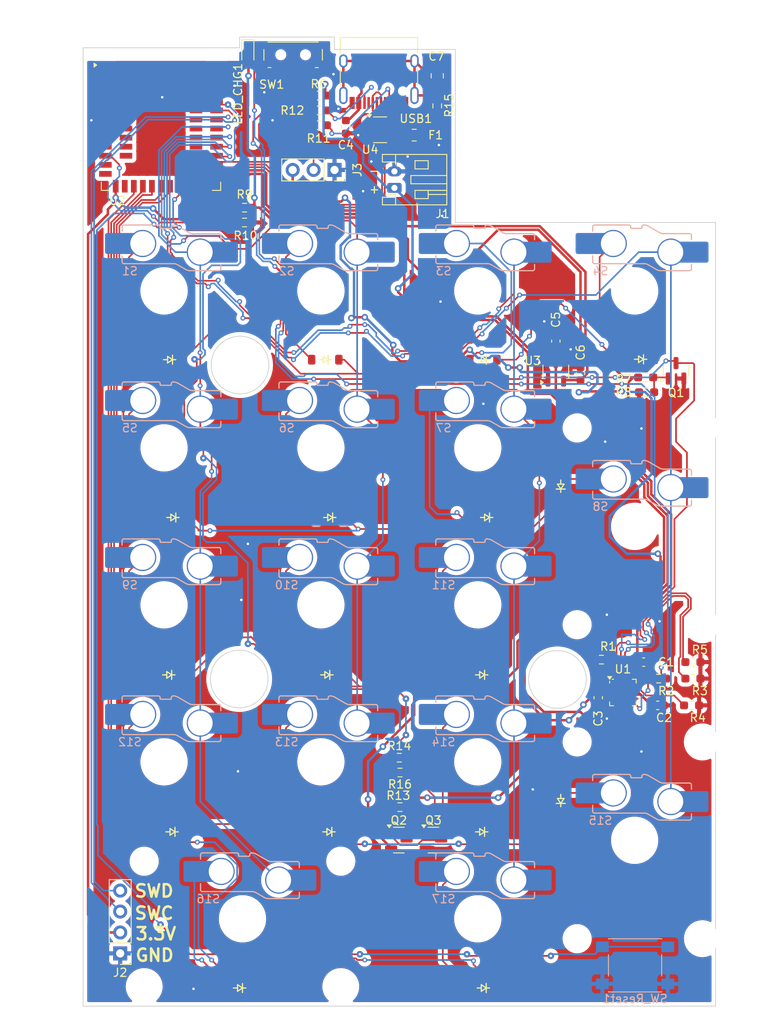
<source format=kicad_pcb>
(kicad_pcb (version 20240108) (generator "pcbnew") (generator_version "8.0")
  (layers (0 "F.Cu" signal) (31 "B.Cu" signal) (34 "B.Paste" user) (35 "F.Paste" user) (36 "B.SilkS" user "B.Silkscreen") (37 "F.SilkS" user "F.Silkscreen") (38 "B.Mask" user) (39 "F.Mask" user) (44 "Edge.Cuts" user))
  (net 0 "")
  (net 1 "Net-(D1-A)")
  (net 2 "+VSW")
  (net 3 "Net-(D2-A)")
  (net 4 "Net-(D3-A)")
  (net 5 "+BATT")
  (net 6 "Net-(D4-A)")
  (net 7 "Net-(D5-A)")
  (net 8 "Net-(D6-A)")
  (net 9 "+3.3V")
  (net 10 "Net-(D7-A)")
  (net 11 "Net-(D8-A)")
  (net 12 "Net-(D9-A)")
  (net 13 "VBUS")
  (net 14 "Net-(USB1-SHIELD)")
  (net 15 "ROW0")
  (net 16 "+5V")
  (net 17 "ROW2")
  (net 18 "GND")
  (net 19 "ROW1")
  (net 20 "Net-(D10-A)")
  (net 21 "Net-(D11-A)")
  (net 22 "Net-(D13-A)")
  (net 23 "ROW3")
  (net 24 "Net-(D14-A)")
  (net 25 "Net-(D15-A)")
  (net 26 "Net-(D16-A)")
  (net 27 "Net-(D17-A)")
  (net 28 "ROW4")
  (net 29 "/SWC")
  (net 30 "/SWD")
  (net 31 "Net-(LED_CHG1-K)")
  (net 32 "SYSOFF")
  (net 33 "Net-(Q1-G)")
  (net 34 "Net-(SW1-A)")
  (net 35 "VSENSE")
  (net 36 "Net-(USB1-CC1)")
  (net 37 "Net-(USB1-CC2)")
  (net 38 "COL0")
  (net 39 "COL1")
  (net 40 "COL2")
  (net 41 "COL3")
  (net 42 "/D+")
  (net 43 "/D-")
  (net 48 "Net-(U1-TS)")
  (net 49 "Net-(U1-~{CHG})")
  (net 50 "Net-(U1-TMR)")
  (net 51 "Net-(U1-ILIM)")
  (net 52 "Net-(U1-ISET)")
  (net 53 "Net-(U2-P0.18-RESET)")
  (net 87 "Net-(D12-A)")
  (net 89 "Net-(Q2-G)")
  (net 90 "LED_PWR")
  (net 91 "LED_ENABLE")
  (net 92 "LED_SIGNAL")
  (net 93 "Net-(Q3-G)")
  (footprint "Resistor_SMD:R_0603_1608Metric_Pad0.98x0.95mm_HandSolder" (layer "F.Cu") (at 138.3875 131.55)
    (property "Reference" "R14")
    (property "Value" "100")
  )
  (footprint "ScottoKeebs_Components:Diode_SOD-123" (layer "F.Cu") (at 119 159.5 180)
    (property "Reference" "D16" (hide yes))
    (property "Value" "D")
  )
  (footprint "ScottoKeebs_Stabilizer:Stabilizer_MX_2.00u" (layer "F.Cu") (at 166.975 141.575 90)
    (property "Reference" "REF**" (hide yes))
    (property "Value" "Stabilizer_MX_2.00u")
  )
  (footprint "ScottoKeebs_Components:Diode_SOD-123" (layer "F.Cu") (at 148.6 159.5 180)
    (property "Reference" "D17" (hide yes))
    (property "Value" "D")
  )
  (footprint "Connector_JST:JST_PH_S2B-PH-K_1x02_P2.00mm_Horizontal" (layer "F.Cu") (at 137.8 62.4 90)
    (property "Reference" "J1")
    (property "Value" "JSTBATT")
  )
  (footprint "ScottoKeebs_Components:Diode_SOD-123" (layer "F.Cu") (at 110.9 102.4 180)
    (property "Reference" "D5" (hide yes))
    (property "Value" "D")
  )
  (footprint "Resistor_SMD:R_0603_1608Metric_Pad0.98x0.95mm_HandSolder" (layer "F.Cu") (at 128.6875 53 180)
    (property "Reference" "R12")
    (property "Value" "5K1")
  )
  (footprint "ScottoKeebs_Components:Diode_SOD-123" (layer "F.Cu") (at 158 98.6 90)
    (property "Reference" "D8" (hide yes))
    (property "Value" "D")
  )
  (footprint "ScottoKeebs_Stabilizer:Stabilizer_MX_2.00u" (layer "F.Cu") (at 166.975 103.475 90)
    (property "Reference" "REF**" (hide yes))
    (property "Value" "Stabilizer_MX_2.00u")
  )
  (footprint "ScottoKeebs_Components:Diode_SOD-123" (layer "F.Cu") (at 110.5 83.25 180)
    (property "Reference" "D1" (hide yes))
    (property "Value" "D")
  )
  (footprint "ScottoKeebs_Components:Diode_SOD-123" (layer "F.Cu") (at 129.95 102.4 180)
    (property "Reference" "D6" (hide yes))
    (property "Value" "D")
  )
  (footprint "Capacitor_SMD:C_0603_1608Metric" (layer "F.Cu") (at 162.55 124.275 -90)
    (property "Reference" "C3")
    (property "Value" "4u7")
  )
  (footprint "ScottoKeebs_Components:Diode_SOD-123" (layer "F.Cu") (at 148.4 121.5 180)
    (property "Reference" "D11" (hide yes))
    (property "Value" "D")
  )
  (footprint "Capacitor_SMD:C_0603_1608Metric" (layer "F.Cu") (at 168.075 119.95)
    (property "Reference" "C1")
    (property "Value" "4u7")
  )
  (footprint "ScottoKeebs_Components:Diode_SOD-123" (layer "F.Cu") (at 149 102.4 180)
    (property "Reference" "D7" (hide yes))
    (property "Value" "D")
  )
  (footprint "Package_TO_SOT_SMD:SOT-23" (layer "F.Cu") (at 172 84.6 90)
    (property "Reference" "Q1")
    (property "Value" "2N7002")
  )
  (footprint "Capacitor_SMD:C_0603_1608Metric" (layer "F.Cu") (at 131.9 55 90)
    (property "Reference" "C4")
    (property "Value" "10u")
  )
  (footprint "Resistor_SMD:R_0603_1608Metric_Pad0.98x0.95mm_HandSolder" (layer "F.Cu") (at 119.6 66.6)
    (property "Reference" "R10")
    (property "Value" "2M")
  )
  (footprint "ScottoKeebs_Components:Diode_SOD-123" (layer "F.Cu") (at 129.4 83.25 180)
    (property "Reference" "D2" (hide yes))
    (property "Value" "D")
  )
  (footprint "Resistor_SMD:R_0603_1608Metric_Pad0.98x0.95mm_HandSolder" (layer "F.Cu") (at 143 52.45 90)
    (property "Reference" "R15")
    (property "Value" "1M")
  )
  (footprint "Capacitor_SMD:C_0603_1608Metric" (layer "F.Cu") (at 160.4 84.95 -90)
    (property "Reference" "C6")
    (property "Value" "1u")
  )
  (footprint "ScottoKeebs_Stabilizer:Stabilizer_MX_2.00u" (layer "F.Cu") (at 119.35 151.1)
    (property "Reference" "REF**" (hide yes))
    (property "Value" "Stabilizer_MX_2.00u")
  )
  (footprint "Connector_USB:USB_C_Receptacle_HRO_TYPE-C-31-M-12" (layer "F.Cu") (at 135.92 48.05 180)
    (property "Reference" "USB1")
    (property "Value" "USB_C_Receptacle_USB2.0_16P")
  )
  (footprint "Capacitor_SMD:C_0603_1608Metric" (layer "F.Cu") (at 169.775 125.2)
    (property "Reference" "C2")
    (property "Value" "4u7")
  )
  (footprint "Connector_PinHeader_2.54mm:PinHeader_1x04_P2.54mm_Vertical" (layer "F.Cu") (at 104.5 155.3 180)
    (property "Reference" "J2")
    (property "Value" "Conn_01x04_Socket")
  )
  (footprint "Resistor_SMD:R_0603_1608Metric_Pad0.98x0.95mm_HandSolder" (layer "F.Cu") (at 119.6 64.8 180)
    (property "Reference" "R9")
    (property "Value" "806k")
  )
  (footprint "Connector_PinSocket_2.54mm:PinSocket_1x03_P2.54mm_Vertical" (layer "F.Cu") (at 130.525 60.225 -90)
    (property "Reference" "J3")
    (property "Value" "Conn_01x03_Socket")
  )
  (footprint "Resistor_SMD:R_0603_1608Metric_Pad0.98x0.95mm_HandSolder" (layer "F.Cu") (at 174.05 121.95)
    (property "Reference" "R3")
    (property "Value" "47k")
  )
  (footprint "Resistor_SMD:R_0603_1608Metric_Pad0.98x0.95mm_HandSolder" (layer "F.Cu") (at 138.475 137.55 180)
    (property "Reference" "R13")
    (property "Value" "10K")
  )
  (footprint "Package_TO_SOT_SMD:SOT-23-6" (layer "F.Cu") (at 136.0625 55.35)
    (property "Reference" "U4")
    (property "Value" "SRV05-4")
  )
  (footprint "PCM_marbastlib-various:SW_MSK12C02-HB" (layer "F.Cu") (at 125.5 46.25)
    (property "Reference" "SW1")
    (property "Value" "SW_SPDT")
  )
  (footprint "Package_TO_SOT_SMD:SOT-23" (layer "F.Cu") (at 138.3375 141.55)
    (property "Reference" "Q2")
    (property "Value" "AO3401A")
  )
  (footprint "PCM_marbastlib-various:nRF52840_holyiot_18010" (layer "F.Cu") (at 109.45 53.2)
    (property "Reference" "U2")
    (property "Value" "nRF52840_holyiot_18010")
  )
  (footprint "Fuse:Fuse_0805_2012Metric" (layer "F.Cu") (at 140.2 56 180)
    (property "Reference" "F1")
    (property "Value" "500mA")
  )
  (footprint "Resistor_SMD:R_0603_1608Metric_Pad0.98x0.95mm_HandSolder" (layer "F.Cu") (at 162.9375 119.65 180)
    (property "Reference" "R1")
    (property "Value" "10k")
  )
  (footprint "ScottoKeebs_Components:Diode_SOD-123" (layer "F.Cu") (at 129.6 121.5 180)
    (property "Reference" "D10" (hide yes))
    (property "Value" "D")
  )
  (footprint "ScottoKeebs_Components:Diode_SOD-123" (layer "F.Cu") (at 148.6 83.25 180)
    (property "Reference" "D3" (hide yes))
    (property "Value" "D")
  )
  (footprint "Resistor_SMD:R_0603_1608Metric_Pad0.98x0.95mm_HandSolder" (layer "F.Cu") (at 128.6875 51.2 180)
    (property "Reference" "R6")
    (property "Value" "10k")
  )
  (footprint "LED_SMD:LED_0603_1608Metric_Pad1.05x0.95mm_HandSolder" (layer "F.Cu") (at 120 46.075 -90)
    (property "Reference" "LED_CHG1")
    (property "Value" "Orange")
  )
  (footprint "Resistor_SMD:R_0603_1608Metric_Pad0.98x0.95mm_HandSolder" (layer "F.Cu") (at 174.05 119.95)
    (property "Reference" "R5")
    (property "Value" "3k9")
  )
  (footprint "ScottoKeebs_Components:Diode_SOD-123" (layer "F.Cu") (at 167.7 83.2 180)
    (property "Reference" "D4" (hide yes))
    (property "Value" "D")
  )
  (footprint "Resistor_SMD:R_0603_1608Metric_Pad0.98x0.95mm_HandSolder" (layer "F.Cu") (at 169.8875 121.95 180)
    (property "Reference" "R2")
    (property "Value" "1k5")
  )
  (footprint "ScottoKeebs_Components:Diode_SOD-123" (layer "F.Cu") (at 129.85 140.55 180)
    (property "Reference" "D13" (hide yes))
    (property "Value" "D")
  )
  (footprint "ScottoKeebs_Components:Diode_SOD-123" (layer "F.Cu") (at 158 136.75 90)
    (property "Reference" "D15" (hide yes))
    (property "Value" "D")
  )
  (footprint "Resistor_SMD:R_0603_1608Metric_Pad0.98x0.95mm_HandSolder" (layer "F.Cu") (at 128.6875 54.8 180)
    (property "Reference" "R11")
    (property "Value" "5K1")
  )
  (footprint "ScottoKeebs_Components:Diode_SOD-123" (layer "F.Cu") (at 110.8 140.55 180)
    (property "Reference" "D12" (hide yes))
    (property "Value" "D")
  )
  (footprint "Resistor_SMD:R_0603_1608Metric_Pad0.98x0.95mm_HandSolder" (layer "F.Cu") (at 138.475 133.35 180)
    (property "Reference" "R16")
    (property "Value" "10K")
  )
  (footprint "ScottoKeebs_Components:Diode_SOD-123" (layer "F.Cu") (at 110.4 121.5 180)
    (property "Reference" "D9" (hide yes))
    (property "Value" "D")
  )
  (footprint "Resistor_SMD:R_0603_1608Metric_Pad0.98x0.95mm_HandSolder" (layer "F.Cu") (at 168.3125 85.4)
    (property "Reference" "R7")
    (property "Value" "100")
  )
  (footprint "Capacitor_SMD:C_0603_1608Metric" (layer "F.Cu") (at 157.4 81 90)
    (property "Reference" "C5")
    (property "Value" "10u")
  )
  (footprint "Package_TO_SOT_SMD:SOT-23-3" (layer "F.Cu") (at 157.4 84.7125 90)
    (property "Reference" "U3")
    (property "Value" "XC6206PxxxMR")
  )
  (footprint "Package_TO_SOT_SMD:SOT-23" (layer "F.Cu") (at 142.5375 141.55)
    (property "Reference" "Q3")
    (property "Value" "2N7002")
  )
  (footprint "Capacitor_SMD:C_0805_2012Metric" (layer "F.Cu") (at 143 48.8 -90)
    (property "Reference" "C7")
    (property "Value" "4.7n")
  )
  (footprint "ScottoKeebs_Components:Diode_SOD-123" (layer "F.Cu") (at 148.4 140.55 180)
    (property "Reference" "D14" (hide yes))
    (property "Value" "D")
  )
  (footprint "Resistor_SMD:R_0603_1608Metric_Pad0.98x0.95mm_HandSolder" (layer "F.Cu") (at 168.425 87.2 180)
    (property "Reference" "R8")
    (property "Value" "10k")
  )
  (footprint "Resistor_SMD:R_0603_1608Metric_Pad0.98x0.95mm_HandSolder" (layer "F.Cu") (at 173.8875 125.2)
    (property "Reference" "R4")
    (property "Value" "1k5")
  )
  (footprint "Package_DFN_QFN:VQFN-16-1EP_3x3mm_P0.5mm_EP1.6x1.6mm" (layer "F.Cu") (at 165.55 123.6375)
    (property "Reference" "U1")
    (property "Value" "BQ24075RGT")
  )
  (footprint "PCM_marbastlib-xp-gateron_lp:SW_KS33_HS_KS-2P02B01-02_HS_1u" (layer "B.Cu") (at 128.875 74.9)
    (property "Reference" "S2")
    (property "Value" "Keyswitch")
  )
  (footprint "PCM_marbastlib-xp-gateron_lp:SW_KS33_HS_KS-2P02B01-02_HS_1u" (layer "B.Cu") (at 147.925 74.9)
    (property "Reference" "S3")
    (property "Value" "Keyswitch")
  )
  (footprint "PCM_marbastlib-xp-gateron_lp:SW_KS33_HS_KS-2P02B01-02_HS_1u" (layer "B.Cu") (at 119.35 151.1)
    (property "Reference" "S16")
    (property "Value" "Keyswitch")
  )
  (footprint "PCM_marbastlib-xp-gateron_lp:SW_KS33_HS_KS-2P02B01-02_HS_1u" (layer "B.Cu") (at 147.925 151.1)
    (property "Reference" "S17")
    (property "Value" "Keyswitch")
  )
  (footprint "PCM_marbastlib-xp-gateron_lp:SW_KS33_HS_KS-2P02B01-02_HS_1u" (layer "B.Cu") (at 128.875 93.95)
    (property "Reference" "S6")
    (property "Value" "Keyswitch")
  )
  (footprint "PCM_marbastlib-xp-gateron_lp:SW_KS33_HS_KS-2P02B01-02_HS_1u" (layer "B.Cu") (at 109.825 113)
    (property "Reference" "S9")
    (property "Value" "Keyswitch")
  )
  (footprint "PCM_marbastlib-xp-gateron_lp:SW_KS33_HS_KS-2P02B01-02_HS_1u" (layer "B.Cu") (at 128.875 132.05)
    (property "Reference" "S13")
    (property "Value" "Keyswitch")
  )
  (footprint "PCM_marbastlib-xp-gateron_lp:SW_KS33_HS_KS-2P02B01-02_HS_1u" (layer "B.Cu") (at 128.875 113)
    (property "Reference" "S10")
    (property "Value" "Keyswitch")
  )
  (footprint "PCM_marbastlib-xp-gateron_lp:SW_KS33_HS_KS-2P02B01-02_HS_1u" (layer "B.Cu") (at 166.975 74.9)
    (property "Reference" "S4")
    (property "Value" "Keyswitch")
  )
  (footprint "PCM_marbastlib-xp-gateron_lp:SW_KS33_HS_KS-2P02B01-02_HS_1u" (layer "B.Cu") (at 166.975 141.575)
    (property "Reference" "S15")
    (property "Value" "Keyswitch")
  )
  (footprint "PCM_marbastlib-xp-gateron_lp:SW_KS33_HS_KS-2P02B01-02_HS_1u" (layer "B.Cu") (at 166.975 103.475)
    (property "Reference" "S8")
    (property "Value" "Keyswitch")
  )
  (footprint "PCM_marbastlib-xp-gateron_lp:SW_KS33_HS_KS-2P02B01-02_HS_1u" (layer "B.Cu") (at 109.825 74.9)
    (property "Reference" "S1")
    (property "Value" "Keyswitch")
  )
  (footprint "PCM_marbastlib-xp-gateron_lp:SW_KS33_HS_KS-2P02B01-02_HS_1u" (layer "B.Cu") (at 147.925 113)
    (property "Reference" "S11")
    (property "Value" "Keyswitch")
  )
  (footprint "PCM_marbastlib-xp-gateron_lp:SW_KS33_HS_KS-2P02B01-02_HS_1u" (layer "B.Cu") (at 109.825 132.05)
    (property "Reference" "S12")
    (property "Value" "Keyswitch")
  )
  (footprint "PCM_marbastlib-xp-gateron_lp:SW_KS33_HS_KS-2P02B01-02_HS_1u" (layer "B.Cu") (at 147.925 93.95)
    (property "Reference" "S7")
    (property "Value" "Keyswitch")
  )
  (footprint "PCM_marbastlib-xp-gateron_lp:SW_KS33_HS_KS-2P02B01-02_HS_1u" (layer "B.Cu") (at 147.925 132.05)
    (property "Reference" "S14")
    (property "Value" "Keyswitch")
  )
  (footprint "Button_Switch_SMD:SW_Push_1P1T_NO_6x6mm_H9.5mm" (layer "B.Cu") (at 167.025 156.75)
    (property "Reference" "SW_Reset1")
    (property "Value" "Reset")
  )
  (footprint "PCM_marbastlib-xp-gateron_lp:SW_KS33_HS_KS-2P02B01-02_HS_1u" (layer "B.Cu") (at 109.825 93.95)
    (property "Reference" "S5")
    (property "Value" "Keyswitch")
  )
  (gr_circle (center 157.6 122.05) (end 161.1 122.05) (stroke (width 0.1)) (fill none) (layer "Edge.Cuts"))
  (gr_circle (center 119.05 83.9) (end 122.55 83.9) (stroke (width 0.1)) (fill none) (layer "Edge.Cuts"))
  (gr_poly (pts (xy 100 45.4) (xy 119 45.4) (xy 119 44.1) (xy 130.5 44.1) (xy 130.5 45.6) (xy 145.2 45.6) (xy 145.2 66.6) (xy 176.8 66.6) (xy 176.8 161.7) (xy 100 161.7)) (stroke (width 0.1)) (fill none) (layer "Edge.Cuts"))
  (gr_circle (center 118.95 122) (end 122.45 122) (stroke (width 0.1)) (fill none) (layer "Edge.Cuts"))
  (gr_text "-" (at 134.6 60.9 0) (layer "F.SilkS") (effects (font (size 1 1)) (justify left bottom)))
  (gr_text "+" (at 134.65 63.15 0) (layer "F.SilkS") (effects (font (size 1 1)) (justify left bottom)))
  (gr_text "SWC" (at 106.1 151.3 0) (layer "F.SilkS") (effects (font (size 1.5 1.5) (thickness 0.3) (bold yes)) (justify left bottom)))
  (gr_text "3.3V" (at 106.2 153.8 0) (layer "F.SilkS") (effects (font (size 1.5 1.5) (thickness 0.3) (bold yes)) (justify left bottom)))
  (gr_text "SWD" (at 106.1 148.6 0) (layer "F.SilkS") (effects (font (size 1.5 1.5) (thickness 0.3) (bold yes)) (justify left bottom)))
  (gr_text "GND" (at 106.2 156.4 0) (layer "F.SilkS") (effects (font (size 1.5 1.5) (thickness 0.3) (bold yes)) (justify left bottom)))
  (segment (start 105.575 70.8) (end 105.575 79.975) (width 0.2) (layer "F.Cu") (net 1))
  (segment (start 105.575 79.975) (end 108.85 83.25) (width 0.2) (layer "F.Cu") (net 1))
  (segment (start 107.225 69.15) (end 105.575 70.8) (width 0.2) (layer "F.Cu") (net 1))
  (segment (start 161 88.2) (end 158.2 88.2) (width 0.3) (layer "F.Cu") (net 2))
  (segment (start 162.6 128.2) (end 160.4 126) (width 0.3) (layer "F.Cu") (net 2))
  (segment (start 158.2 88.2) (end 157.4 87.4) (width 0.3) (layer "F.Cu") (net 2))
  (segment (start 160.4 126) (end 155.956822 126) (width 0.3) (layer "F.Cu") (net 2))
  (segment (start 169 125.2) (end 167.6875 123.8875) (width 0.3) (layer "F.Cu") (net 2))
  (segment (start 169 125.2) (end 167.1875 123.3875) (width 0.3) (layer "F.Cu") (net 2))
  (segment (start 140.5375 136.4) (end 139.3875 137.55) (width 0.3) (layer "F.Cu") (net 2))
  (segment (start 157.4 81.775) (end 157.4 83.575) (width 0.3) (layer "F.Cu") (net 2))
  (segment (start 166 128.2) (end 167.4 128.2) (width 0.3) (layer "F.Cu") (net 2))
  (segment (start 154.4 132.4) (end 150.4 136.4) (width 0.3) (layer "F.Cu") (net 2))
  (segment (start 165.6 128.2) (end 162.6 128.2) (width 0.3) (layer "F.Cu") (net 2))
  (segment (start 139 68.8) (end 139 75.2) (width 0.3) (layer "F.Cu") (net 2))
  (segment (start 165.3 125.597596) (end 165.4 125.697596) (width 0.3) (layer "F.Cu") (net 2))
  (segment (start 168.573 98.17687) (end 165.773 95.37687) (width 0.3) (layer "F.Cu") (net 2))
  (segment (start 168.573 99.77687) (end 168.573 98.17687) (width 0.3) (layer "F.Cu") (net 2))
  (segment (start 120.8 63.6) (end 120.8 64.5125) (width 0.3) (layer "F.Cu") (net 2))
  (segment (start 154.4 132.4) (end 161.4 132.4) (width 0.3) (layer "F.Cu") (net 2))
  (segment (start 139.275 141.55) (end 139.275 137.6625) (width 0.3) (layer "F.Cu") (net 2))
  (segment (start 165.6 128.2) (end 161.4 132.4) (width 0.3) (layer "F.Cu") (net 2))
  (segment (start 168.99613 112.4) (end 170.973 110.42313) (width 0.3) (layer "F.Cu") (net 2))
  (segment (start 167.4 128.2) (end 169 126.6) (width 0.3) (layer "F.Cu") (net 2))
  (segment (start 166 128.2) (end 165.6 128.2) (width 0.3) (layer "F.Cu") (net 2))
  (segment (start 167.6875 123.8875) (end 166.9875 123.8875) (width 0.3) (layer "F.Cu") (net 2))
  (segment (start 165.4 127.6) (end 166 128.2) (width 0.3) (layer "F.Cu") (net 2))
  (segment (start 153.975 81.775) (end 157.4 81.775) (width 0.3) (layer "F.Cu") (net 2))
  (segment (start 165.3 125.075) (end 165.3 125.597596) (width 0.3) (layer "F.Cu") (net 2))
  (segment (start 150.2 78) (end 153.975 81.775) (width 0.3) (layer "F.Cu") (net 2))
  (segment (start 153.6 123.8) (end 153.6 118) (width 0.3) (layer "F.Cu") (net 2))
  (segment (start 159.2 112.4) (end 168.99613 112.4) (width 0.3) (layer "F.Cu") (net 2))
  (segment (start 169 126.6) (end 169 125.2) (width 0.3) (layer "F.Cu") (net 2))
  (segment (start 120.075 48.8) (end 120.075 47.025) (width 0.3) (layer "F.Cu") (net 2))
  (segment (start 165.773 95.37687) (end 165.773 92.973) (width 0.3) (layer "F.Cu") (net 2))
  (segment (start 122.6 66) (end 136.2 66) (width 0.3) (layer "F.Cu") (net 2))
  (segment (start 141.8 136.4) (end 140.5375 136.4) (width 0.3) (layer "F.Cu") (net 2))
  (segment (start 170.973 110.42313) (end 170.973 102.17687) (width 0.3) (layer "F.Cu") (net 2))
  (segment (start 170.973 102.17687) (end 168.573 99.77687) (width 0.3) (layer "F.Cu") (net 2))
  (segment (start 153.6 118) (end 159.2 112.4) (width 0.3) (layer "F.Cu") (net 2))
  (segment (start 165.4 125.697596) (end 165.4 127.6) (width 0.3) (layer "F.Cu") (net 2))
  (segment (start 121.4 64.8) (end 122.6 66) (width 0.3) (layer "F.Cu") (net 2))
  (segment (start 165.773 92.973) (end 161 88.2) (width 0.3) (layer "F.Cu") (net 2))
  (segment (start 139 75.2) (end 141.8 78) (width 0.3) (layer "F.Cu") (net 2))
  (segment (start 136.2 66) (end 139 68.8) (width 0.3) (layer "F.Cu") (net 2))
  (segment (start 153.756822 123.8) (end 153.6 123.8) (width 0.3) (layer "F.Cu") (net 2))
  (segment (start 120.5125 64.8) (end 121.4 64.8) (width 0.3) (layer "F.Cu") (net 2))
  (segment (start 157.4 87.4) (end 157.4 83.575) (width 0.3) (layer "F.Cu") (net 2))
  (segment (start 141.8 78) (end 150.2 78) (width 0.3) (layer "F.Cu") (net 2))
  (segment (start 167.1875 123.3875) (end 166.9875 123.3875) (width 0.3) (layer "F.Cu") (net 2))
  (segment (start 155.956822 126) (end 153.756822 123.8) (width 0.3) (layer "F.Cu") (net 2))
  (via (at 120.075 48.8) (size 0.8) (drill 0.4) (layers "F.Cu" "B.Cu") (net 2))
  (via (at 120.8 63.6) (size 0.8) (drill 0.4) (layers "F.Cu" "B.Cu") (net 2))
  (via (at 150.4 136.4) (size 0.8) (drill 0.4) (layers "F.Cu" "B.Cu") (net 2))
  (via (at 141.8 136.4) (size 0.8) (drill 0.4) (layers "F.Cu" "B.Cu") (net 2))
  (segment (start 120.85 58.65) (end 120.85 63.55) (width 0.3) (layer "B.Cu") (net 2))
  (segment (start 120 48.875) (end 120.075 48.8) (width 0.3) (layer "B.Cu") (net 2))
  (segment (start 120 57.8) (end 120 48.875) (width 0.3) (layer "B.Cu") (net 2))
  (segment (start 120.1 57.9) (end 120 57.8) (width 0.3) (layer "B.Cu") (net 2))
  (segment (start 120.85 63.55) (end 120.8 63.6) (width 0.3) (layer "B.Cu") (net 2))
  (segment (start 150.4 136.4) (end 141.8 136.4) (width 0.3) (layer "B.Cu") (net 2))
  (segment (start 120.1 57.9) (end 120.85 58.65) (width 0.3) (layer "B.Cu") (net 2))
  (segment (start 126.275 69.15) (end 124.625 70.8) (width 0.2) (layer "F.Cu") (net 3))
  (segment (start 124.625 70.8) (end 124.625 80.125) (width 0.2) (layer "F.Cu") (net 3))
  (segment (start 124.625 80.125) (end 127.75 83.25) (width 0.2) (layer "F.Cu") (net 3))
  (segment (start 147.8 82.4) (end 146.95 83.25) (width 0.2) (layer "F.Cu") (net 4))
  (segment (start 148.4 82.4) (end 147.8 82.4) (width 0.2) (layer "F.Cu") (net 4))
  (via (at 148.4 82.4) (size 0.6) (drill 0.3) (layers "F.Cu" "B.Cu") (net 4))
  (segment (start 151.998 72.630717) (end 151.998 81.4) (width 0.2) (layer "B.Cu") (net 4))
  (segment (start 150.998 82.4) (end 148.4 82.4) (width 0.2) (layer "B.Cu") (net 4))
  (segment (start 145.325 69.15) (end 148.517283 69.15) (width 0.2) (layer "B.Cu") (net 4))
  (segment (start 151.998 81.4) (end 150.998 82.4) (width 0.2) (layer "B.Cu") (net 4))
  (segment (start 148.517283 69.15) (end 151.998 72.630717) (width 0.2) (layer "B.Cu") (net 4))
  (segment (start 129.4 49.8) (end 129.4 51) (width 0.3) (layer "F.Cu") (net 5))
  (segment (start 168.81926 111.973) (end 170.546 110.24626) (width 0.3) (layer "F.Cu") (net 5))
  (segment (start 150.02313 78.427) (end 154 82.40387) (width 0.3) (layer "F.Cu") (net 5))
  (segment (start 159.02313 111.973) (end 168.81926 111.973) (width 0.3) (layer "F.Cu") (net 5))
  (segment (start 162.370662 123.5) (end 160.752041 125.118621) (width 0.3) (layer "F.Cu") (net 5))
  (segment (start 156.196131 127) (end 153.173 123.976869) (width 0.3) (layer "F.Cu") (net 5))
  (segment (start 164.1125 123.3875) (end 162.6625 123.3875) (width 0.3) (layer "F.Cu") (net 5))
  (segment (start 141.62313 78.427) (end 150.02313 78.427) (width 0.3) (layer "F.Cu") (net 5))
  (segment (start 164.1125 123.8875) (end 162.9375 123.8875) (width 0.3) (layer "F.Cu") (net 5))
  (segment (start 153.173 117.82313) (end 159.02313 111.973) (width 0.3) (layer "F.Cu") (net 5))
  (segment (start 138.25 75.05387) (end 138.25 74.6) (width 0.3) (layer "F.Cu") (net 5))
  (segment (start 162.9375 123.8875) (end 162.55 123.5) (width 0.3) (layer "F.Cu") (net 5))
  (segment (start 153.173 123.976869) (end 153.173 117.82313) (width 0.3) (layer "F.Cu") (net 5))
  (segment (start 154 87) (end 154 82.40387) (width 0.3) (layer "F.Cu") (net 5))
  (segment (start 154.4 87.4) (end 154 87) (width 0.3) (layer "F.Cu") (net 5))
  (segment (start 168.146 99.95374) (end 168.146 98.35374) (width 0.3) (layer "F.Cu") (net 5))
  (segment (start 159 127) (end 156.196131 127) (width 0.3) (layer "F.Cu") (net 5))
  (segment (start 170.546 102.35374) (end 168.146 99.95374) (width 0.3) (layer "F.Cu") (net 5))
  (segment (start 158.298066 88.901935) (end 156.796131 87.4) (width 0.3) (layer "F.Cu") (net 5))
  (segment (start 165.346 95.55374) (end 165.346 93.14987) (width 0.3) (layer "F.Cu") (net 5))
  (segment (start 161.098065 88.901935) (end 158.298066 88.901935) (width 0.3) (layer "F.Cu") (net 5))
  (segment (start 154.4 87.4) (end 156.796131 87.4) (width 0.3) (layer "F.Cu") (net 5))
  (segment (start 165.346 93.14987) (end 161.098065 88.901935) (width 0.3) (layer "F.Cu") (net 5))
  (segment (start 168.146 98.35374) (end 165.346 95.55374) (width 0.3) (layer "F.Cu") (net 5))
  (segment (start 170.546 110.24626) (end 170.546 102.35374) (width 0.3) (layer "F.Cu") (net 5))
  (segment (start 138.25 75.05387) (end 141.62313 78.427) (width 0.3) (layer "F.Cu") (net 5))
  (via (at 129.4 49.8) (size 0.8) (drill 0.4) (layers "F.Cu" "B.Cu") (net 5))
  (via (at 159 127) (size 0.8) (drill 0.4) (layers "F.Cu" "B.Cu") (net 5))
  (via (at 138.25 74.6) (size 0.8) (drill 0.4) (layers "F.Cu" "B.Cu") (net 5))
  (via (at 160.752041 125.118621) (size 0.8) (drill 0.4) (layers "F.Cu" "B.Cu") (net 5))
  (segment (start 137.8 62.4) (end 136.925 62.4) (width 0.3) (layer "B.Cu") (net 5))
  (segment (start 134 59.475) (end 134 58) (width 0.3) (layer "B.Cu") (net 5))
  (segment (start 160.752041 125.118621) (end 160.752041 125.247959) (width 0.3) (layer "B.Cu") (net 5))
  (segment (start 137.8 62.4) (end 140 64.6) (width 0.3) (layer "B.Cu") (net 5))
  (segment (start 136.925 62.4) (end 134 59.475) (width 0.3) (layer "B.Cu") (net 5))
  (segment (start 134 58) (end 132.4 56.4) (width 0.3) (layer "B.Cu") (net 5))
  (segment (start 129.2 56) (end 129.2 50) (width 0.3) (layer "B.Cu") (net 5))
  (segment (start 132.35 56.45) (end 129.65 56.45) (width 0.3) (layer "B.Cu") (net 5))
  (segment (start 129.2 50) (end 129.4 49.8) (width 0.3) (layer "B.Cu") (net 5))
  (segment (start 132.4 56.4) (end 132.35 56.45) (width 0.3) (layer "B.Cu") (net 5))
  (segment (start 160.752041 125.247959) (end 159 127) (width 0.3) (layer "B.Cu") (net 5))
  (segment (start 140 72.85) (end 138.25 74.6) (width 0.3) (layer "B.Cu") (net 5))
  (segment (start 140 64.6) (end 140 72.85) (width 0.3) (layer "B.Cu") (net 5))
  (segment (start 129.65 56.45) (end 129.2 56) (width 0.3) (layer "B.Cu") (net 5))
  (segment (start 164.375 69.15) (end 162.725 70.8) (width 0.2) (layer "F.Cu") (net 6))
  (segment (start 162.725 79.875) (end 166.05 83.2) (width 0.2) (layer "F.Cu") (net 6))
  (segment (start 162.725 70.8) (end 162.725 79.875) (width 0.2) (layer "F.Cu") (net 6))
  (segment (start 107.225 88.2) (end 105.575 89.85) (width 0.2) (layer "F.Cu") (net 7))
  (segment (start 105.575 98.725) (end 109.25 102.4) (width 0.2) (layer "F.Cu") (net 7))
  (segment (start 105.575 89.85) (end 105.575 98.725) (width 0.2) (layer "F.Cu") (net 7))
  (segment (start 126.275 88.2) (end 124.625 89.85) (width 0.2) (layer "F.Cu") (net 8))
  (segment (start 124.625 89.85) (end 124.625 98.725) (width 0.2) (layer "F.Cu") (net 8))
  (segment (start 124.625 98.725) (end 128.3 102.4) (width 0.2) (layer "F.Cu") (net 8))
  (segment (start 103.95 63.6) (end 103.95 62.2) (width 0.3) (layer "F.Cu") (net 9))
  (segment (start 102.76 152.76) (end 100.6 150.6) (width 0.3) (layer "F.Cu") (net 9))
  (segment (start 161.225 84.9) (end 161.225 81.825) (width 0.3) (layer "F.Cu") (net 9))
  (segment (start 144.877 73) (end 141.4 73) (width 0.3) (layer "F.Cu") (net 9))
  (segment (start 100.6 68) (end 103 65.6) (width 0.3) (layer "F.Cu") (net 9))
  (segment (start 122.77687 65.573) (end 121.8 64.59613) (width 0.3) (layer "F.Cu") (net 9))
  (segment (start 160.4 72.60387) (end 155.27313 67.477) (width 0.3) (layer "F.Cu") (net 9))
  (segment (start 155.27313 67.477) (end 150.4 67.477) (width 0.3) (layer "F.Cu") (net 9))
  (segment (start 104.5 152.76) (end 102.76 152.76) (width 0.3) (layer "F.Cu") (net 9))
  (segment (start 103.95 64.05) (end 103.95 63.6) (width 0.3) (layer "F.Cu") (net 9))
  (segment (start 160.4 81) (end 160.4 72.60387) (width 0.3) (layer "F.Cu") (net 9))
  (segment (start 161.225 81.825) (end 160.4 81) (width 0.3) (layer "F.Cu") (net 9))
  (segment (start 160.4 85.725) (end 158.475 85.725) (width 0.3) (layer "F.Cu") (net 9))
  (segment (start 121.8 60.8) (end 121.7 60.7) (width 0.3) (layer "F.Cu") (net 9))
  (segment (start 109.8 66.2) (end 108.5 64.9) (width 0.3) (layer "F.Cu") (net 9))
  (segment (start 150.4 67.477) (end 144.877 73) (width 0.3) (layer "F.Cu") (net 9))
  (segment (start 121.8 64.59613) (end 121.8 60.8) (width 0.3) (layer "F.Cu") (net 9))
  (segment (start 120.3 60.7) (end 114.8 66.2) (width 0.3) (layer "F.Cu") (net 9))
  (segment (start 139.427 68.62313) (end 136.37687 65.573) (width 0.3) (layer "F.Cu") (net 9))
  (segment (start 103 65) (end 103.95 64.05) (width 0.3) (layer "F.Cu") (net 9))
  (segment (start 160.4 85.725) (end 161.225 84.9) (width 0.3) (layer "F.Cu") (net 9))
  (segment (start 109.8 66.2) (end 114.8 66.2) (width 0.3) (layer "F.Cu") (net 9))
  (segment (start 141.4 73) (end 139.427 71.027) (width 0.3) (layer "F.Cu") (net 9))
  (segment (start 136.37687 65.573) (end 122.77687 65.573) (width 0.3) (layer "F.Cu") (net 9))
  (segment (start 103 65.6) (end 103 65) (width 0.3) (layer "F.Cu") (net 9))
  (segment (start 100.6 150.6) (end 100.6 68) (width 0.3) (layer "F.Cu") (net 9))
  (segment (start 121.7 60.7) (end 120.3 60.7) (width 0.3) (layer "F.Cu") (net 9))
  (segment (start 139.427 71.027) (end 139.427 68.62313) (width 0.3) (layer "F.Cu") (net 9))
  (via (at 103.95 63.6) (size 0.8) (drill 0.4) (layers "F.Cu" "B.Cu") (net 9))
  (via (at 108.5 64.9) (size 0.8) (drill 0.4) (layers "F.Cu" "B.Cu") (net 9))
  (segment (start 105.15 64.8) (end 103.95 63.6) (width 0.3) (layer "B.Cu") (net 9))
  (segment (start 108.5 64.9) (end 108.4 64.8) (width 0.3) (layer "B.Cu") (net 9))
  (segment (start 108.4 64.8) (end 105.15 64.8) (width 0.3) (layer "B.Cu") (net 9))
  (segment (start 146 102.4) (end 147.35 102.4) (width 0.2) (layer "F.Cu") (net 10))
  (segment (start 145.4 101.8) (end 146 102.4) (width 0.2) (layer "F.Cu") (net 10))
  (via (at 145.4 101.8) (size 0.6) (drill 0.3) (layers "F.Cu" "B.Cu") (net 10))
  (segment (start 145.2 102) (end 145.4 101.8) (width 0.2) (layer "B.Cu") (net 10))
  (segment (start 143 102) (end 145.2 102) (width 0.2) (layer "B.Cu") (net 10))
  (segment (start 142.08 101.08) (end 143 102) (width 0.2) (layer "B.Cu") (net 10))
  (segment (start 142.08 88.2) (end 142.08 101.08) (width 0.2) (layer "B.Cu") (net 10))
  (segment (start 164.375 97.725) (end 158.775 97.725) (width 0.2) (layer "F.Cu") (net 11))
  (segment (start 158.775 97.725) (end 158 96.95) (width 0.2) (layer "F.Cu") (net 11))
  (segment (start 105.575 108.9) (end 105.575 118.325) (width 0.2) (layer "F.Cu") (net 12))
  (segment (start 105.575 118.325) (end 108.75 121.5) (width 0.2) (layer "F.Cu") (net 12))
  (segment (start 107.225 107.25) (end 105.575 108.9) (width 0.2) (layer "F.Cu") (net 12))
  (segment (start 138 49.8) (end 138 50.870962) (width 0.3) (layer "F.Cu") (net 13))
  (segment (start 133.47 51.240962) (end 133.8 50.910962) (width 0.3) (layer "F.Cu") (net 13))
  (segment (start 133.47 52.93) (end 132.175 54.225) (width 0.3) (layer "F.Cu") (net 13))
  (segment (start 136.8 48.6) (end 138 49.8) (width 0.3) (layer "F.Cu") (net 13))
  (segment (start 133.47 52.095) (end 133.47 51.240962) (width 0.3) (layer "F.Cu") (net 13))
  (segment (start 133.8 50.910962) (end 133.8 49.6) (width 0.3) (layer "F.Cu") (net 13))
  (segment (start 138.37 51.240962) (end 138.37 52.095) (width 0.3) (layer "F.Cu") (net 13))
  (segment (start 138.6125 55.35) (end 139.2625 56) (width 0.3) (layer "F.Cu") (net 13))
  (segment (start 138.37 55.1075) (end 139.2625 56) (width 0.3) (layer "F.Cu") (net 13))
  (segment (start 133.8 49.6) (end 134.8 48.6) (width 0.3) (layer "F.Cu") (net 13))
  (segment (start 134.8 48.6) (end 136.8 48.6) (width 0.3) (layer "F.Cu") (net 13))
  (segment (start 138.37 52.095) (end 138.37 55.1075) (width 0.3) (layer "F.Cu") (net 13))
  (segment (start 138 50.870962) (end 138.37 51.240962) (width 0.3) (layer "F.Cu") (net 13))
  (segment (start 137.2 55.35) (end 138.6125 55.35) (width 0.3) (layer "F.Cu") (net 13))
  (segment (start 133.47 52.095) (end 133.47 52.93) (width 0.3) (layer "F.Cu") (net 13))
  (segment (start 142.6425 51.18) (end 143 51.5375) (width 0.3) (layer "F.Cu") (net 14))
  (segment (start 140.24 51.18) (end 142.6425 51.18) (width 0.3) (layer "F.Cu") (net 14))
  (segment (start 131.6 51.18) (end 131.6 47) (width 0.3) (layer "F.Cu") (net 14))
  (segment (start 140.24 51.18) (end 140.24 47) (width 0.3) (layer "F.Cu") (net 14))
  (segment (start 143 49.75) (end 143 51.5375) (width 0.3) (layer "F.Cu") (net 14))
  (segment (start 143 49.75) (end 140.25 47) (width 0.3) (layer "F.Cu") (net 14))
  (segment (start 131.6 47) (end 140.24 47) (width 0.3) (layer "F.Cu") (net 14))
  (segment (start 163 81.4) (end 163 81.498696) (width 0.2) (layer "F.Cu") (net 15))
  (segment (start 104.4 80.148696) (end 104.4 67) (width 0.2) (layer "F.Cu") (net 15))
  (segment (start 116.25 79.15) (end 119.95 79.15) (width 0.2) (layer "F.Cu") (net 15))
  (segment (start 155.7 76.5) (end 158.1 76.5) (width 0.2) (layer "F.Cu") (net 15))
  (segment (start 104.4 67) (end 107.2 64.2) (width 0.2) (layer "F.Cu") (net 15))
  (segment (start 152.55 83.25) (end 153.2 82.6) (width 0.2) (layer "F.Cu") (net 15))
  (segment (start 108.401304 84.15) (end 104.4 80.148696) (width 0.2) (layer "F.Cu") (net 15))
  (segment (start 154.4 77.8) (end 155.7 76.5) (width 0.2) (layer "F.Cu") (net 15))
  (segment (start 107.2 64.2) (end 109.2 64.2) (width 0.2) (layer "F.Cu") (net 15))
  (segment (start 154.4 80.2) (end 154.4 77.8) (width 0.2) (layer "F.Cu") (net 15))
  (segment (start 165.601304 84.1) (end 168.45 84.1) (width 0.2) (layer "F.Cu") (net 15))
  (segment (start 111.25 84.15) (end 108.401304 84.15) (width 0.2) (layer "F.Cu") (net 15))
  (segment (start 126.4 84.95) (end 133.4 84.95) (width 0.2) (layer "F.Cu") (net 15))
  (segment (start 163 81.498696) (end 165.601304 84.1) (width 0.2) (layer "F.Cu") (net 15))
  (segment (start 158.1 76.5) (end 158.6 77) (width 0.2) (layer "F.Cu") (net 15))
  (segment (start 120.6 79.15) (end 126.4 84.95) (width 0.2) (layer "F.Cu") (net 15))
  (segment (start 154.2 80.4) (end 154.4 80.2) (width 0.2) (layer "F.Cu") (net 15))
  (segment (start 109.2 64.2) (end 110.55 62.85) (width 0.2) (layer "F.Cu") (net 15))
  (segment (start 131.7 83.25) (end 133.4 84.95) (width 0.2) (layer "F.Cu") (net 15))
  (segment (start 150.25 83.25) (end 152.55 83.25) (width 0.2) (layer "F.Cu") (net 15))
  (segment (start 112.15 83.25) (end 111.25 84.15) (width 0.2) (layer "F.Cu") (net 15))
  (segment (start 131.05 83.25) (end 131.7 83.25) (width 0.2) (layer "F.Cu") (net 15))
  (segment (start 148.55 84.95) (end 150.25 83.25) (width 0.2) (layer "F.Cu") (net 15))
  (segment (start 120 79.2) (end 120.05 79.15) (width 0.2) (layer "F.Cu") (net 15))
  (segment (start 120.05 79.15) (end 120.6 79.15) (width 0.2) (layer "F.Cu") (net 15))
  (segment (start 133.4 84.95) (end 148.55 84.95) (width 0.2) (layer "F.Cu") (net 15))
  (segment (start 112.15 83.25) (end 116.25 79.15) (width 0.2) (layer "F.Cu") (net 15))
  (segment (start 168.45 84.1) (end 169.35 83.2) (width 0.2) (layer "F.Cu") (net 15))
  (via (at 163 81.4) (size 0.6) (drill 0.3) (layers "F.Cu" "B.Cu") (net 15))
  (via (at 158.6 77) (size 0.6) (drill 0.3) (layers "F.Cu" "B.Cu") (net 15))
  (via (at 154.2 80.4) (size 0.6) (drill 0.3) (layers "F.Cu" "B.Cu") (net 15))
  (via (at 153.2 82.6) (size 0.6) (drill 0.3) (layers "F.Cu" "B.Cu") (net 15))
  (segment (start 163 81.4) (end 158.6 77) (width 0.2) (layer "B.Cu") (net 15))
  (segment (start 153.4 81.2) (end 154.2 80.4) (width 0.2) (layer "B.Cu") (net 15))
  (segment (start 153.4 82.4) (end 153.4 81.2) (width 0.2) (layer "B.Cu") (net 15))
  (segment (start 153.2 82.6) (end 153.4 82.4) (width 0.2) (layer "B.Cu") (net 15))
  (segment (start 167.3 114.7) (end 167.3 119.95) (width 0.3) (layer "F.Cu") (net 16))
  (segment (start 169 99.6) (end 171.4 102) (width 0.3) (layer "F.Cu") (net 16))
  (segment (start 167.4 85.4) (end 165.6 85.4) (width 0.3) (layer "F.Cu") (net 16))
  (segment (start 166.2 86) (end 166.2 95.2) (width 0.3) (layer "F.Cu") (net 16))
  (segment (start 171.4 102) (end 171.4 110.6) (width 0.3) (layer "F.Cu") (net 16))
  (segment (start 171.4 110.6) (end 167.3 114.7) (width 0.3) (layer "F.Cu") (net 16))
  (segment (start 141.1375 65.3375) (end 141.1375 56) (width 0.3) (layer "F.Cu") (net 16))
  (segment (start 136.55374 65.146) (end 138.45774 67.05) (width 0.3) (layer "F.Cu") (net 16))
  (segment (start 122.227 64.41926) (end 122.95374 65.146) (width 0.3) (layer "F.Cu") (net 16))
  (segment (start 161 80.8) (end 161 72.6) (width 0.3) (layer "F.Cu") (net 16))
  (segment (start 167.4 85.4) (end 166.8 85.4) (width 0.3) (layer "F.Cu") (net 16))
  (segment (start 115.62313 64.773) (end 120.12313 60.273) (width 0.3) (layer "F.Cu") (net 16))
  (segment (start 155.45 67.05) (end 143 67.05) (width 0.3) (layer "F.Cu") (net 16))
  (segment (start 121.87687 60.273) (end 122.227 60.62313) (width 0.3) (layer "F.Cu") (net 16))
  (segment (start 114.261 64.773) (end 115.62313 64.773) (width 0.3) (layer "F.Cu") (net 16))
  (segment (start 166.2 95.2) (end 169 98) (width 0.3) (layer "F.Cu") (net 16))
  (segment (start 165.6 85.4) (end 161 80.8) (width 0.3) (layer "F.Cu") (net 16))
  (segment (start 167.3 121.2) (end 166.3 122.2) (width 0.3) (layer "F.Cu") (net 16))
  (segment (start 122.95374 65.146) (end 136.55374 65.146) (width 0.3) (layer "F.Cu") (net 16))
  (segment (start 112.75 63.262) (end 114.261 64.773) (width 0.3) (layer "F.Cu") (net 16))
  (segment (start 143 67.05) (end 142.85 67.05) (width 0.3) (layer "F.Cu") (net 16))
  (segment (start 161 72.6) (end 155.45 67.05) (width 0.3) (layer "F.Cu") (net 16))
  (segment (start 167.3 119.95) (end 167.3 121.2) (width 0.3) (layer "F.Cu") (net 16))
  (segment (start 169 98) (end 169 99.6) (width 0.3) (layer "F.Cu") (net 16))
  (segment (start 112.75 62.2) (end 112.75 63.262) (width 0.3) (layer "F.Cu") (net 16))
  (segment (start 166.8 85.4) (end 166.2 86) (width 0.3) (layer "F.Cu") (net 16))
  (segment (start 122.227 60.62313) (end 122.227 64.41926) (width 0.3) (layer "F.Cu") (net 16))
  (segment (start 120.12313 60.273) (end 121.87687 60.273) (width 0.3) (layer "F.Cu") (net 16))
  (segment (start 138.45774 67.05) (end 143 67.05) (width 0.3) (layer "F.Cu") (net 16))
  (segment (start 142.85 67.05) (end 141.1375 65.3375) (width 0.3) (layer "F.Cu") (net 16))
  (segment (start 113.1 121.5) (end 117.65 116.95) (width 0.2) (layer "F.Cu") (net 17))
  (segment (start 131.25 121.5) (end 132.15 121.5) (width 0.2) (layer "F.Cu") (net 17))
  (segment (start 133.55 122.9) (end 148.65 122.9) (width 0.2) (layer "F.Cu") (net 17))
  (segment (start 108.35 63.25) (end 108.35 62.2) (width 0.2) (layer "F.Cu") (net 17))
  (segment (start 112.05 121.5) (end 113.1 121.5) (width 0.2) (layer "F.Cu") (net 17))
  (segment (start 132.15 121.5) (end 133.55 122.9) (width 0.2) (layer "F.Cu") (net 17))
  (segment (start 117.65 116.95) (end 120.25 116.95) (width 0.2) (layer "F.Cu") (net 17))
  (segment (start 108.301304 122.4) (end 103.746 117.844696) (width 0.2) (layer "F.Cu") (net 17))
  (segment (start 107.213104 63.262) (end 108.338 63.262) (width 0.2) (layer "F.Cu") (net 17))
  (segment (start 111.15 122.4) (end 108.301304 122.4) (width 0.2) (layer "F.Cu") (net 17))
  (segment (start 112.05 121.5) (end 111.15 122.4) (width 0.2) (layer "F.Cu") (net 17))
  (segment (start 108.338 63.262) (end 108.35 63.25) (width 0.2) (layer "F.Cu") (net 17))
  (segment (start 126.4 122.9) (end 133.55 122.9) (width 0.2) (layer "F.Cu") (net 17))
  (segment (start 120.35 116.85) (end 126.4 122.9) (width 0.2) (layer "F.Cu") (net 17))
  (segment (start 148.65 122.9) (end 150.05 121.5) (width 0.2) (layer "F.Cu") (net 17))
  (segment (start 103.746 117.844696) (end 103.746 66.729104) (width 0.2) (layer "F.Cu") (net 17))
  (segment (start 120.25 116.95) (end 120.35 116.85) (width 0.2) (layer "F.Cu") (net 17))
  (segment (start 103.746 66.729104) (end 107.213104 63.262) (width 0.2) (layer "F.Cu") (net 17))
  (segment (start 164.8 125.075) (end 164.8 124.3875) (width 0.2) (layer "F.Cu") (net 18))
  (segment (start 166.3 125.075) (end 166.225 125) (width 0.2) (layer "F.Cu") (net 18))
  (segment (start 131.965 52.8) (end 131 52.8) (width 0.2) (layer "F.Cu") (net 18))
  (segment (start 132.67 52.095) (end 131.965 52.8) (width 0.2) (layer "F.Cu") (net 18))
  (segment (start 164.8 125.075) (end 164.1125 124.3875) (width 0.2) (layer "F.Cu") (net 18))
  (segment (start 164.8 124.3875) (end 165.55 123.6375) (width 0.2) (layer "F.Cu") (net 18))
  (segment (start 166.225 125) (end 166.225 124.3125) (width 0.2) (layer "F.Cu") (net 18))
  (via (at 123 54.2) (size 0.8) (drill 0.3) (layers "F.Cu" "B.Cu") (net 18))
  (via (at 170 115) (size 0.6) (drill 0.3) (layers "F.Cu" "B.Cu") (net 18))
  (via (at 163.6 114.2) (size 0.6) (drill 0.3) (layers "F.Cu" "B.Cu") (net 18))
  (via (at 156 78.6) (size 0.8) (drill 0.3) (layers "F.Cu" "B.Cu") (net 18))
  (via (at 131 52.8) (size 0.8) (drill 0.3) (layers "F.Cu" "B.Cu") (net 18))
  (via (at 134 62.8) (size 0.8) (drill 0.3) (layers "F.Cu" "B.Cu") (net 18))
  (via (at 163.4 93.2) (size 0.8) (drill 0.3) (layers "F.Cu" "B.Cu") (net 18))
  (via (at 167.8 130.8) (size 0.6) (drill 0.3) (layers "F.Cu" "B.Cu") (net 18))
  (via (at 148.6 88.6) (size 0.8) (drill 0.3) (layers "F.Cu" "B.Cu") (net 18))
  (via (at 154.6 135.4) (size 0.6) (drill 0.3) (layers "F.Cu" "B.Cu") (net 18))
  (via (at 143.4 76.2) (size 0.8) (drill 0.3) (layers "F.Cu" "B.Cu") (net 18))
  (via (at 119.2 112.4) (size 0.6) (drill 0.3) (layers "F.Cu" "B.Cu") (net 18))
  (via (at 133.4 56) (size 0.8) (drill 0.3) (layers "F.Cu" "B.Cu") (net 18))
  (via (at 159.2 82) (size 0.8) (drill 0.3) (layers "F.Cu" "B.Cu") (net 18))
  (via (at 119.8 68.6) (size 0.8) (drill 0.3) (layers "F.Cu" "B.Cu") (net 18))
  (via (at 143.6 65.8) (size 0.8) (drill 0.3) (layers "F.Cu" "B.Cu") (net 18))
  (via (at 155.4 83.6) (size 0.8) (drill 0.3) (layers "F.Cu" "B.Cu") (net 18))
  (via (at 139.4 58.6) (size 0.8) (drill 0.3) (layers "F.Cu" "B.Cu") (net 18))
  (via (at 120 105.6) (size 0.6) (drill 0.3) (layers "F.Cu" "B.Cu") (net 18))
  (via (at 118.8 133.2) (size 0.6) (drill 0.3) (layers "F.Cu" "B.Cu") (net 18))
  (via (at 163.6 126.8) (size 0.6) (drill 0.3) (layers "F.Cu" "B.Cu") (net 18))
  (via (at 122 50.8) (size 0.8) (drill 0.3) (layers "F.Cu" "B.Cu") (net 18))
  (via (at 143.2 57.2) (size 0.8) (drill 0.3) (layers "F.Cu" "B.Cu") (net 18))
  (via (at 167.8 91.6) (size 0.8) (drill 0.3) (layers "F.Cu" "B.Cu") (net 18))
  (via (at 118.4 50) (size 0.8) (drill 0.3) (layers "F.Cu" "B.Cu") (net 18))
  (via (at 113.4 159.6) (size 0.6) (drill 0.3) (layers "F.Cu" "B.Cu") (net 18))
  (via (at 109.6 51.4) (size 0.8) (drill 0.3) (layers "F.Cu" "B.Cu") (net 18))
  (via (at 135 59.2) (size 0.8) (drill 0.3) (layers "F.Cu" "B.Cu") (net 18))
  (via (at 130.4 48.6) (size 0.8) (drill 0.3) (layers "F.Cu" "B.Cu") (net 18))
  (via (at 101 54.2) (size 0.8) (drill 0.3) (layers "F.Cu" "B.Cu") (net 18))
  (segment (start 154.45 103.8) (end 158 100.25) (width 0.2) (layer "F.Cu") (net 19))
  (segment (start 108.739 63.873) (end 109.45 63.162) (width 0.2) (layer "F.Cu") (net 19))
  (segment (start 131.95 102.4) (end 133.35 103.8) (width 0.2) (layer "F.Cu") (net 19))
  (segment (start 104.073 98.673) (end 104.073 66.864552) (width 0.2) (layer "F.Cu") (net 19))
  (segment (start 107.064552 63.873) (end 108.739 63.873) (width 0.2) (layer "F.Cu") (net 19))
  (segment (start 114 104) (end 115.4 104) (width 0.2) (layer "F.Cu") (net 19))
  (segment (start 108.7 103.3) (end 104.073 98.673) (width 0.2) (layer "F.Cu") (net 19))
  (segment (start 112.55 102.4) (end 114 103.85) (width 0.2) (layer "F.Cu") (net 19))
  (segment (start 112.55 102.4) (end 111.65 103.3) (width 0.2) (layer "F.Cu") (net 19))
  (segment (start 152.65 103.8) (end 154.45 103.8) (width 0.2) (layer "F.Cu") (net 19))
  (segment (start 150.65 102.4) (end 151.25 102.4) (width 0.2) (layer "F.Cu") (net 19))
  (segment (start 151.25 102.4) (end 152.65 103.8) (width 0.2) (layer "F.Cu") (net 19))
  (segment (start 114 103.85) (end 114 104) (width 0.2) (layer "F.Cu") (net 19))
  (segment (start 109.45 63.162) (end 109.45 62.2) (width 0.2) (layer "F.Cu") (net 19))
  (segment (start 111.65 103.3) (end 108.7 103.3) (width 0.2) (layer "F.Cu") (net 19))
  (segment (start 104.073 66.864552) (end 107.064552 63.873) (width 0.2) (layer "F.Cu") (net 19))
  (segment (start 133.35 103.8) (end 152.65 103.8) (width 0.2) (layer "F.Cu") (net 19))
  (via (at 133.4 103.8) (size 0.6) (drill 0.3) (layers "F.Cu" "B.Cu") (net 19))
  (via (at 115.4 104) (size 0.6) (drill 0.3) (layers "F.Cu" "B.Cu") (net 19))
  (segment (start 133.2 104) (end 133.4 103.8) (width 0.2) (layer "B.Cu") (net 19))
  (segment (start 115.4 104) (end 133.2 104) (width 0.2) (layer "B.Cu") (net 19))
  (segment (start 124.625 118.175) (end 127.95 121.5) (width 0.2) (layer "F.Cu") (net 20))
  (segment (start 126.275 107.25) (end 124.625 108.9) (width 0.2) (layer "F.Cu") (net 20))
  (segment (start 124.625 108.9) (end 124.625 118.175) (width 0.2) (layer "F.Cu") (net 20))
  (segment (start 143.675 108.9) (end 143.675 118.425) (width 0.2) (layer "F.Cu") (net 21))
  (segment (start 143.675 118.425) (end 146.75 121.5) (width 0.2) (layer "F.Cu") (net 21))
  (segment (start 145.325 107.25) (end 143.675 108.9) (width 0.2) (layer "F.Cu") (net 21))
  (segment (start 126.275 126.3) (end 124.625 127.95) (width 0.2) (layer "F.Cu") (net 22))
  (segment (start 124.625 136.975) (end 128.2 140.55) (width 0.2) (layer "F.Cu") (net 22))
  (segment (start 124.625 127.95) (end 124.625 136.975) (width 0.2) (layer "F.Cu") (net 22))
  (segment (start 103.4 136.148696) (end 103.4 66.6) (width 0.2) (layer "F.Cu") (net 23))
  (segment (start 150.05 140.55) (end 151.55 142.05) (width 0.2) (layer "F.Cu") (net 23))
  (segment (start 134.15 142.05) (end 134.2 142) (width 0.2) (layer "F.Cu") (net 23))
  (segment (start 111.55 141.45) (end 108.701304 141.45) (width 0.2) (layer "F.Cu") (net 23))
  (segment (start 133.15 142.05) (end 134.15 142.05) (width 0.2) (layer "F.Cu") (net 23))
  (segment (start 145.6 142) (end 145.65 142.05) (width 0.2) (layer "F.Cu") (net 23))
  (segment (start 145.65 142.05) (end 151.65 142.05) (width 0.2) (layer "F.Cu") (net 23))
  (segment (start 126.15 142.05) (end 133.15 142.05) (width 0.2) (layer "F.Cu") (net 23))
  (segment (start 112.45 140.55) (end 114.65 140.55) (width 0.2) (layer "F.Cu") (net 23))
  (segment (start 151.55 142.05) (end 151.65 142.05) (width 0.2) (layer "F.Cu") (net 23))
  (segment (start 108.701304 141.45) (end 103.4 136.148696) (width 0.2) (layer "F.Cu") (net 23))
  (segment (start 115.6 139.6) (end 123.7 139.6) (width 0.2) (layer "F.Cu") (net 23))
  (segment (start 151.65 142.05) (end 154.2 142.05) (width 0.2) (layer "F.Cu") (net 23))
  (segment (start 114.65 140.55) (end 115.6 139.6) (width 0.2) (layer "F.Cu") (net 23))
  (segment (start 133 142.05) (end 133.15 142.05) (width 0.2) (layer "F.Cu") (net 23))
  (segment (start 103.4 66.6) (end 107.25 62.75) (width 0.2) (layer "F.Cu") (net 23))
  (segment (start 131.5 140.55) (end 133 142.05) (width 0.2) (layer "F.Cu") (net 23))
  (segment (start 123.7 139.6) (end 126.15 142.05) (width 0.2) (layer "F.Cu") (net 23))
  (segment (start 154.2 142.05) (end 157.85 138.4) (width 0.2) (layer "F.Cu") (net 23))
  (segment (start 112.45 140.55) (end 111.55 141.45) (width 0.2) (layer "F.Cu") (net 23))
  (via (at 134.2 142) (size 0.8) (drill 0.3) (layers "F.Cu" "B.Cu") (net 23))
  (via (at 145.6 142) (size 0.8) (drill 0.3) (layers "F.Cu" "B.Cu") (net 23))
  (segment (start 134.25 142.05) (end 145.55 142.05) (width 0.2) (layer "B.Cu") (net 23))
  (segment (start 143.675 137.475) (end 146.75 140.55) (width 0.2) (layer "F.Cu") (net 24))
  (segment (start 143.675 127.95) (end 143.675 137.475) (width 0.2) (layer "F.Cu") (net 24))
  (segment (start 145.325 126.3) (end 143.675 127.95) (width 0.2) (layer "F.Cu") (net 24))
  (segment (start 164.375 135.825) (end 158.725 135.825) (width 0.2) (layer "F.Cu") (net 25))
  (segment (start 158.725 135.825) (end 158 135.1) (width 0.2) (layer "F.Cu") (net 25))
  (segment (start 114.4 156.1) (end 117.35 159.05) (width 0.2) (layer "F.Cu") (net 26))
  (segment (start 117.35 159.05) (end 117.35 159.5) (width 0.2) (layer "F.Cu") (net 26))
  (via (at 114.4 156.1) (size 0.6) (drill 0.3) (layers "F.Cu" "B.Cu") (net 26))
  (segment (start 113.505 145.35) (end 113.505 155.805) (width 0.2) (layer "B.Cu") (net 26))
  (segment (start 113.8 156.1) (end 114.4 156.1) (width 0.2) (layer "B.Cu") (net 26))
  (segment (start 113.505 155.805) (end 113.8 156.1) (width 0.2) (layer "B.Cu") (net 26))
  (segment (start 143.675 156.225) (end 146.95 159.5) (width 0.2) (layer "F.Cu") (net 27))
  (segment (start 145.325 145.35) (end 143.675 147) (width 0.2) (layer "F.Cu") (net 27))
  (segment (start 143.675 147) (end 143.675 156.225) (width 0.2) (layer "F.Cu") (net 27))
  (segment (start 120.65 157.25) (end 122 155.9) (width 0.2) (layer "F.Cu") (net 28))
  (segment (start 120.65 159.5) (end 120.65 157.25) (width 0.2) (layer "F.Cu") (net 28))
  (segment (start 147.4 156.2) (end 147.4 156.65) (width 0.2) (layer "F.Cu") (net 28))
  (segment (start 106.15 63.162) (end 106.15 62.2) (width 0.2) (layer "F.Cu") (net 28))
  (segment (start 133.31005 156.1) (end 134.2 156.1) (width 0.2) (layer "F.Cu") (net 28))
  (segment (start 133.11005 155.9) (end 133.31005 156.1) (width 0.2) (layer "F.Cu") (net 28))
  (segment (start 120.65 159.5) (end 119 159.5) (width 0.2) (layer "F.Cu") (net 28))
  (segment (start 108.588856 141.8) (end 103 136.211144) (width 0.2) (layer "F.Cu") (net 28))
  (segment (start 103.073 134.327) (end 103.073 66.239) (width 0.2) (layer "F.Cu") (net 28))
  (segment (start 103 136.211144) (end 103 134.4) (width 0.2) (layer "F.Cu") (net 28))
  (segment (start 147.4 156.65) (end 150.25 159.5) (width 0.2) (layer "F.Cu") (net 28))
  (segment (start 103 134.4) (end 103.073 134.327) (width 0.2) (layer "F.Cu") (net 28))
  (segment (start 119 159.5) (end 117.6 158.1) (width 0.2) (layer "F.Cu") (net 28))
  (segment (start 117.6 158.1) (end 115.6 156.1) (width 0.2) (layer "F.Cu") (net 28))
  (segment (start 113.862448 141.8) (end 108.588856 141.8) (width 0.2) (layer "F.Cu") (net 28))
  (segment (start 122 155.9) (end 132.8 155.9) (width 0.2) (layer "F.Cu") (net 28))
  (segment (start 103.073 66.239) (end 106.15 63.162) (width 0.2) (layer "F.Cu") (net 28))
  (segment (start 132.8 155.9) (end 133.11005 155.9) (width 0.2) (layer "F.Cu") (net 28))
  (via (at 134.2 156.1) (size 0.6) (drill 0.3) (layers "F.Cu" "B.Cu") (net 28))
  (via (at 115.6 156.1) (size 0.6) (drill 0.3) (layers "F.Cu" "B.Cu") (net 28))
  (via (at 113.862448 141.8) (size 0.6) (drill 0.3) (layers "F.Cu" "B.Cu") (net 28))
  (via (at 147.4 156.2) (size 0.6) (drill 0.3) (layers "F.Cu" "B.Cu") (net 28))
  (segment (start 114 148.1) (end 116.757717 148.1) (width 0.2) (layer "B.Cu") (net 28))
  (segment (start 118.7 146.157717) (end 118.7 144.542283) (width 0.2) (layer "B.Cu") (net 28))
  (segment (start 147.3 156.1) (end 147.4 156.2) (width 0.2) (layer "B.Cu") (net 28))
  (segment (start 134.2 156.1) (end 147.3 156.1) (width 0.2) (layer "B.Cu") (net 28))
  (segment (start 116.757717 148.1) (end 118.7 146.157717) (width 0.2) (layer "B.Cu") (net 28))
  (segment (start 115.957717 141.8) (end 113.862448 141.8) (width 0.2) (layer "B.Cu") (net 28))
  (segment (start 118.7 144.542283) (end 115.957717 141.8) (width 0.2) (layer "B.Cu") (net 28))
  (segment (start 115.6 156.1) (end 114 154.5) (width 0.2) (layer "B.Cu") (net 28))
  (segment (start 114 154.5) (end 114 148.1) (width 0.2) (layer "B.Cu") (net 28))
  (segment (start 117.6 53.8) (end 116.5 53.8) (width 0.2) (layer "F.Cu") (net 29))
  (segment (start 116.5 53.8) (end 116.2 54.1) (width 0.2) (layer "F.Cu") (net 29))
  (via (at 117.6 53.8) (size 0.6) (drill 0.3) (layers "F.Cu" "B.Cu") (net 29))
  (segment (start 101 146.72) (end 101 60.4) (width 0.2) (layer "B.Cu") (net 29))
  (segment (start 101 60.4) (end 107.6 53.8) (width 0.2) (layer "B.Cu") (net 29))
  (segment (start 107.6 53.8) (end 117.6 53.8) (width 0.2) (layer "B.Cu") (net 29))
  (segment (start 104.5 150.22) (end 101 146.72) (width 0.2) (layer "B.Cu") (net 29))
  (segment (start 117.648529 53) (end 116.2 53) (width 0.2) (layer "F.Cu") (net 30))
  (segment (start 118.4 54.2) (end 118.4 53.751471) (width 0.2) (layer "F.Cu") (net 30))
  (segment (start 118.4 53.751471) (end 117.648529 53) (width 0.2) (layer "F.Cu") (net 30))
  (via (at 118.4 54.2) (size 0.6) (drill 0.3) (layers "F.Cu" "B.Cu") (net 30))
  (segment (start 107.873 54.127) (end 117 54.127) (width 0.2) (layer "B.Cu") (net 30))
  (segment (start 118.2 54.4) (end 118.4 54.2) (width 0.2) (layer "B.Cu") (net 30))
  (segment (start 101.327 60.535448) (end 102.831224 59.031224) (width 0.2) (layer "B.Cu") (net 30))
  (segment (start 101.327 146.527) (end 102.48 147.68) (width 0.2) (layer "B.Cu") (net 30))
  (segment (start 102.968776 59.031224) (end 107.873 54.127) (width 0.2) (layer "B.Cu") (net 30))
  (segment (start 104.5 147.68) (end 102.48 147.68) (width 0.2) (layer "B.Cu") (net 30))
  (segment (start 117 54.127) (end 117.273 54.4) (width 0.2) (layer "B.Cu") (net 30))
  (segment (start 117.273 54.4) (end 118.2 54.4) (width 0.2) (layer "B.Cu") (net 30))
  (segment (start 102.831224 59.031224) (end 102.968776 59.031224) (width 0.2) (layer "B.Cu") (net 30))
  (segment (start 101.327 146.527) (end 101.327 60.535448) (width 0.2) (layer "B.Cu") (net 30))
  (segment (start 170.2 121.35) (end 170.8 121.95) (width 0.2) (layer "F.Cu") (net 31))
  (segment (start 161.4 86.2) (end 165.4 86.2) (width 0.2) (layer "F.Cu") (net 31))
  (segment (start 120 45.2) (end 120.775 45.975) (width 0.2) (layer "F.Cu") (net 31))
  (segment (start 124.025 80) (end 124.298 79.727) (width 0.2) (layer "F.Cu") (net 31))
  (segment (start 120.775 45.975) (end 120.775 52.975) (width 0.2) (layer "F.Cu") (net 31))
  (segment (start 170.2 120.6) (end 170.2 121.35) (width 0.2) (layer "F.Cu") (net 31))
  (segment (start 120.775 52.975) (end 120.8 53) (width 0.2) (layer "F.Cu") (net 31))
  (segment (start 124.298 72.098) (end 123.2 71) (width 0.2) (layer "F.Cu") (net 31))
  (segment (start 124.298 79.727) (end 124.298 72.098) (width 0.2) (layer "F.Cu") (net 31))
  (segment (start 132 86.2) (end 153.2 86.2) (width 0.2) (layer "F.Cu") (net 31))
  (via (at 170.2 120.6) (size 0.6) (drill 0.3) (layers "F.Cu" "B.Cu") (net 31))
  (via (at 123.2 71) (size 0.6) (drill 0.3) (layers "F.Cu" "B.Cu") (net 31))
  (via (at 120.8 53) (size 0.6) (drill 0.3) (layers "F.Cu" "B.Cu") (net 31))
  (via (at 165.4 86.2) (size 0.6) (drill 0.3) (layers "F.Cu" "B.Cu") (net 31))
  (via (at 153.2 86.2) (size 0.6) (drill 0.3) (layers "F.Cu" "B.Cu") (net 31))
  (via (at 132 86.2) (size 0.6) (drill 0.3) (layers "F.Cu" "B.Cu") (net 31))
  (via (at 124.025 80) (size 0.6) (drill 0.3) (layers "F.Cu" "B.Cu") (net 31))
  (via (at 161.4 86.2) (size 0.6) (drill 0.3) (layers "F.Cu" "B.Cu") (net 31))
  (segment (start 122 67.2) (end 122 57.8) (width 0.2) (layer "B.Cu") (net 31))
  (segment (start 167.8 86.2) (end 169.4 87.8) (width 0.2) (layer "B.Cu") (net 31))
  (segment (start 125.673 85.273) (end 126.8 85.273) (width 0.2) (layer "B.Cu") (net 31))
  (segment (start 153.2 86.2) (end 161.4 86.2) (width 0.2) (layer "B.Cu") (net 31))
  (segment (start 121.4 70.401954) (end 121.4 67.8) (width 0.2) (layer "B.Cu") (net 31))
  (segment (start 123.727 80.298) (end 124.025 80) (width 0.2) (layer "B.Cu") (net 31))
  (segment (start 169.4 87.8) (end 169.4 100) (width 0.2) (layer "B.Cu") (net 31))
  (segment (start 171 101.6) (end 171 119.8) (width 0.2) (layer "B.Cu") (net 31))
  (segment (start 121.4 67.8) (end 122 67.2) (width 0.2) (layer "B.Cu") (net 31))
  (segment (start 169.4 100) (end 171 101.6) (width 0.2) (layer "B.Cu") (net 31))
  (segment (start 126.8 85.273) (end 127.073 85) (width 0.2) (layer "B.Cu") (net 31))
  (segment (start 165.4 86.2) (end 167.8 86.2) (width 0.2) (layer "B.Cu") (net 31))
  (segment (start 123.727 83.327) (end 125.673 85.273) (width 0.2) (layer "B.Cu") (net 31))
  (segment (start 121.8 57.2) (end 121.8 57.6) (width 0.2) (layer "B.Cu") (net 31))
  (segment (start 120.8 53) (end 120.8 56.2) (width 0.2) (layer "B.Cu") (net 31))
  (segment (start 121.8 57.6) (end 122 57.8) (width 0.2) (layer "B.Cu") (net 31))
  (segment (start 127.073 85) (end 130.8 85) (width 0.2) (layer "B.Cu") (net 31))
  (segment (start 120.8 56.2) (end 121.8 57.2) (width 0.2) (layer "B.Cu") (net 31))
  (segment (start 121.998046 71) (end 121.4 70.401954) (width 0.2) (layer "B.Cu") (net 31))
  (segment (start 130.8 85) (end 132 86.2) (width 0.2) (layer "B.Cu") (net 31))
  (segment (start 123.2 71) (end 121.998046 71) (width 0.2) (layer "B.Cu") (net 31))
  (segment (start 171 119.8) (end 170.2 120.6) (width 0.2) (layer "B.Cu") (net 31))
  (segment (start 123.727 83.327) (end 123.727 80.298) (width 0.2) (layer "B.Cu") (net 31))
  (segment (start 171.7375 83.4) (end 172 83.6625) (width 0.2) (layer "F.Cu") (net 32))
  (segment (start 123.365783 71.930231) (end 123.817776 72.382224) (width 0.2) (layer "F.Cu") (net 32))
  (segment (start 153 85.6) (end 153.2 85.4) (width 0.2) (layer "F.Cu") (net 32))
  (segment (start 165.375735 118.375735) (end 165.3 118.45147) (width 0.2) (layer "F.Cu") (net 32))
  (segment (start 120.65 54.35) (end 120.65 57) (width 0.2) (layer "F.Cu") (net 32))
  (segment (start 123.971 78.927691) (end 123.971 74.4) (width 0.2) (layer "F.Cu") (net 32))
  (segment (start 174.2 83.8) (end 174.2 88.2) (width 0.2) (layer "F.Cu") (net 32))
  (segment (start 173.325 94.525) (end 173.325 101.075) (width 0.2) (layer "F.Cu") (net 32))
  (segment (start 167.677 116.677) (end 168.2 117.2) (width 0.2) (layer "F.Cu") (net 32))
  (segment (start 123.971 72.61953) (end 123.281701 71.930231) (width 0.2) (layer "F.Cu") (net 32))
  (segment (start 170.775 83.4) (end 171.7375 83.4) (width 0.2) (layer "F.Cu") (net 32))
  (segment (start 123.971 74.4) (end 123.971 72.61953) (width 0.2) (layer "F.Cu") (net 32))
  (segment (start 123.698 79.200691) (end 123.971 78.927691) (width 0.2) (layer "F.Cu") (net 32))
  (segment (start 120.65 54.35) (end 124.75 50.25) (width 0.2) (layer "F.Cu") (net 32))
  (segment (start 171.8 102.6) (end 171.8 110.8) (width 0.2) (layer "F.Cu") (net 32))
  (segment (start 124.75 48.25) (end 124.75 50.25) (width 0.2) (layer "F.Cu") (net 32))
  (segment (start 174.0625 83.6625) (end 174.2 83.8) (width 0.2) (layer "F.Cu") (net 32))
  (segment (start 174.2 88.2) (end 172 90.4) (width 0.2) (layer "F.Cu") (net 32))
  (segment (start 167.677 114.923) (end 171.8 110.8) (width 0.2) (layer "F.Cu") (net 32))
  (segment (start 173.325 101.075) (end 171.8 102.6) (width 0.2) (layer "F.Cu") (net 32))
  (segment (start 172 83.6625) (end 174.0625 83.6625) (width 0.2) (layer "F.Cu") (net 32))
  (segment (start 128 85.6) (end 153 85.6) (width 0.2) (layer "F.Cu") (net 32))
  (segment (start 172 93.2) (end 173.325 94.525) (width 0.2) (layer "F.Cu") (net 32))
  (segment (start 172 90.4) (end 172 93.2) (width 0.2) (layer "F.Cu") (net 32))
  (segment (start 123.971 72.535448) (end 123.817776 72.382224) (width 0.2) (layer "F.Cu") (net 32))
  (segment (start 165.3 118.45147) (end 165.3 122.2) (width 0.2) (layer "F.Cu") (net 32))
  (segment (start 161.8 85.4) (end 164.6 85.4) (width 0.2) (layer "F.Cu") (net 32))
  (segment (start 123.971 74.4) (end 123.971 72.535448) (width 0.2) (layer "F.Cu") (net 32))
  (segment (start 167.677 114.923) (end 167.677 116.677) (width 0.2) (layer "F.Cu") (net 32))
  (segment (start 123.365783 71.930231) (end 123.281701 71.930231) (width 0.2) (layer "F.Cu") (net 32))
  (via (at 128 85.6) (size 0.6) (drill 0.3) (layers "F.Cu" "B.Cu") (net 32))
  (via (at 153.2 85.4) (size 0.6) (drill 0.3) (layers "F.Cu" "B.Cu") (net 32))
  (via (at 168.2 117.2) (size 0.6) (drill 0.3) (layers "F.Cu" "B.Cu") (net 32))
  (via (at 161.8 85.4) (size 0.6) (drill 0.3) (layers "F.Cu" "B.Cu") (net 32))
  (via (at 164.6 85.4) (size 0.6) (drill 0.3) (layers "F.Cu" "B.Cu") (net 32))
  (via (at 165.375735 118.375735) (size 0.6) (drill 0.3) (layers "F.Cu" "B.Cu") (net 32))
  (via (at 123.281701 71.930231) (size 0.6) (drill 0.3) (layers "F.Cu" "B.Cu") (net 32))
  (via (at 120.65 57) (size 0.6) (drill 0.3) (layers "F.Cu" "B.Cu") (net 32))
  (via (at 170.775 83.4) (size 0.6) (drill 0.3) (layers "F.Cu" "B.Cu") (net 32))
  (via (at 123.698 79.200691) (size 0.6) (drill 0.3) (layers "F.Cu" "B.Cu") (net 32))
  (segment (start 165.4 118.35147) (end 165.375735 118.375735) (width 0.2) (layer "B.Cu") (net 32))
  (segment (start 168.775 85.4) (end 170.775 83.4) (width 0.2) (layer "B.Cu") (net 32))
  (segment (start 121.673 57.935448) (end 121.673 67.064552) (width 0.2) (layer "B.Cu") (net 32))
  (segment (start 167 116.6) (end 165.4 116.6) (width 0.2) (layer "B.Cu") (net 32))
  (segment (start 153.2 85.4) (end 161.8 85.4) (width 0.2) (layer "B.Cu") (net 32))
  (segment (start 125.4 85.6) (end 128 85.6) (width 0.2) (layer "B.Cu") (net 32))
  (segment (start 123.4 79.498691) (end 123.698 79.200691) (width 0.2) (layer "B.Cu") (net 32))
  (segment (start 121.073 70.537402) (end 121.862598 71.327) (width 0.2) (layer "B.Cu") (net 32))
  (segment (start 123.281701 71.93023) (end 123.281701 71.930231) (width 0.2) (layer "B.Cu") (net 32))
  (segment (start 123.4 83.6) (end 125.4 85.6) (width 0.2) (layer "B.Cu") (net 32))
  (segment (start 164.6 85.4) (end 168.775 85.4) (width 0.2) (layer "B.Cu") (net 32))
  (segment (start 123.4 79.498691) (end 123.4 83.6) (width 0.2) (layer "B.Cu") (net 32))
  (segment (start 120.737552 57) (end 121.673 57.935448) (width 0.2) (layer "B.Cu") (net 32))
  (segment (start 122.678471 71.327) (end 123.281701 71.93023) (width 0.2) (layer "B.Cu") (net 32))
  (segment (start 165.4 116.6) (end 165.4 118.35147) (width 0.2) (layer "B.Cu") (net 32))
  (segment (start 121.073 67.664552) (end 121.073 70.537402) (width 0.2) (layer "B.Cu") (net 32))
  (segment (start 120.65 57) (end 120.737552 57) (width 0.2) (layer "B.Cu") (net 32))
  (segment (start 121.673 67.064552) (end 121.073 67.664552) (width 0.2) (layer "B.Cu") (net 32))
  (segment (start 121.862598 71.327) (end 122.678471 71.327) (width 0.2) (layer "B.Cu") (net 32))
  (segment (start 167.6 117.2) (end 167 116.6) (width 0.2) (layer "B.Cu") (net 32))
  (segment (start 168.2 117.2) (end 167.6 117.2) (width 0.2) (layer "B.Cu") (net 32))
  (segment (start 169.225 85.4) (end 170.9125 85.4) (width 0.2) (layer "F.Cu") (net 33))
  (segment (start 169.3375 87.2) (end 169.3375 85.5125) (width 0.2) (layer "F.Cu") (net 33))
  (segment (start 127.75 48.25) (end 127.75 51.175) (width 0.2) (layer "F.Cu") (net 34))
  (segment (start 118.6875 64.8) (end 118.6875 66.6) (width 0.2) (layer "F.Cu") (net 35))
  (segment (start 104.4 60) (end 104.4 59.588) (width 0.2) (layer "F.Cu") (net 35))
  (segment (start 104.4 59.588) (end 103.312 58.5) (width 0.2) (layer "F.Cu") (net 35))
  (segment (start 109.28076 66.6) (end 108.54038 65.85962) (width 0.2) (layer "F.Cu") (net 35))
  (segment (start 109.28076 66.6) (end 118.6875 66.6) (width 0.2) (layer "F.Cu") (net 35))
  (via (at 108.54038 65.85962) (size 0.6) (drill 0.3) (layers "F.Cu" "B.Cu") (net 35))
  (via (at 104.4 60) (size 0.6) (drill 0.3) (layers "F.Cu" "B.Cu") (net 35))
  (segment (start 107.8 65.177) (end 104.53705 65.177) (width 0.2) (layer "B.Cu") (net 35))
  (segment (start 107.8 65.18995) (end 107.8 65.177) (width 0.2) (layer "B.Cu") (net 35))
  (segment (start 104.53705 65.177) (end 103 63.63995) (width 0.2) (layer "B.Cu") (net 35))
  (segment (start 108.46967 65.85962) (end 107.8 65.18995) (width 0.2) (layer "B.Cu") (net 35))
  (segment (start 104.4 61) (end 104.4 60) (width 0.2) (layer "B.Cu") (net 35))
  (segment (start 103 62.4) (end 104.4 61) (width 0.2) (layer "B.Cu") (net 35))
  (segment (start 103 63.63995) (end 103 62.4) (width 0.2) (layer "B.Cu") (net 35))
  (segment (start 108.54038 65.85962) (end 108.46967 65.85962) (width 0.2) (layer "B.Cu") (net 35))
  (segment (start 130.2 55.4) (end 129.6 54.8) (width 0.2) (layer "F.Cu") (net 36))
  (segment (start 137.17 50.57) (end 137 50.4) (width 0.2) (layer "F.Cu") (net 36))
  (segment (start 137.17 52.095) (end 137.17 50.57) (width 0.2) (layer "F.Cu") (net 36))
  (segment (start 130.2 55.8) (end 130.2 55.4) (width 0.2) (layer "F.Cu") (net 36))
  (via (at 130.2 55.8) (size 0.6) (drill 0.3) (layers "F.Cu" "B.Cu") (net 36))
  (via (at 137 50.4) (size 0.6) (drill 0.3) (layers "F.Cu" "B.Cu") (net 36))
  (segment (start 131.6 55.8) (end 130.2 55.8) (width 0.2) (layer "B.Cu") (net 36))
  (segment (start 137 50.4) (end 131.6 55.8) (width 0.2) (layer "B.Cu") (net 36))
  (segment (start 134.17 52.095) (end 134.17 51.03) (width 0.2) (layer "F.Cu") (net 37))
  (segment (start 134.17 51.03) (end 135 50.2) (width 0.2) (layer "F.Cu") (net 37))
  (segment (start 130.6 54) (end 129.6 53) (width 0.2) (layer "F.Cu") (net 37))
  (via (at 130.6 54) (size 0.6) (drill 0.3) (layers "F.Cu" "B.Cu") (net 37))
  (via (at 135 50.2) (size 0.6) (drill 0.3) (layers "F.Cu" "B.Cu") (net 37))
  (segment (start 135 50.2) (end 131.2 54) (width 0.2) (layer "B.Cu") (net 37))
  (segment (start 131.2 54) (end 130.6 54) (width 0.2) (layer "B.Cu") (net 37))
  (segment (start 114.225 82.425) (end 114.225 86.375) (width 0.2) (layer "F.Cu") (net 38))
  (segment (start 117.6 55) (end 116.4 55) (width 0.2) (layer "F.Cu") (net 38))
  (segment (start 114.225 91.625) (end 114.225 89.25) (width 0.2) (layer "F.Cu") (net 38))
  (segment (start 115.6 96.8) (end 115.6 93) (width 0.2) (layer "F.Cu") (net 38))
  (segment (start 115.6 93) (end 114.225 91.625) (width 0.2) (layer "F.Cu") (net 38))
  (via (at 114.2 86.4) (size 0.6) (drill 0.3) (layers "F.Cu" "B.Cu") (net 38))
  (via (at 117.6 55) (size 0.6) (drill 0.3) (layers "F.Cu" "B.Cu") (net 38))
  (via (at 114.2 82.4) (size 0.6) (drill 0.3) (layers "F.Cu" "B.Cu") (net 38))
  (via (at 115.6 96.8) (size 0.6) (drill 0.3) (layers "F.Cu" "B.Cu") (net 38))
  (segment (start 115.6 97.8) (end 115.6 96.8) (width 0.2) (layer "B.Cu") (net 38))
  (segment (start 114.225 136.875) (end 123.75 146.4) (width 0.2) (layer "B.Cu") (net 38))
  (segment (start 114.2 86.4) (end 114.225 86.425) (width 0.2) (layer "B.Cu") (net 38))
  (segment (start 114.225 70.2) (end 111.2 70.2) (width 0.2) (layer "B.Cu") (net 38))
  (segment (start 114.225 108.3) (end 114.225 127.35) (width 0.2) (layer "B.Cu") (net 38))
  (segment (start 112 55) (end 117.6 55) (width 0.2) (layer "B.Cu") (net 38))
  (segment (start 109.2 57.8) (end 112 55) (width 0.2) (layer "B.Cu") (net 38))
  (segment (start 109.2 68.2) (end 109.2 57.8) (width 0.2) (layer "B.Cu") (net 38))
  (segment (start 114.225 108.3) (end 114.225 99.175) (width 0.2) (layer "B.Cu") (net 38))
  (segment (start 114.225 82.375) (end 114.2 82.4) (width 0.2) (layer "B.Cu") (net 38))
  (segment (start 114.225 99.175) (end 115.6 97.8) (width 0.2) (layer "B.Cu") (net 38))
  (segment (start 114.225 86.425) (end 114.225 89.25) (width 0.2) (layer "B.Cu") (net 38))
  (segment (start 114.225 127.35) (end 114.225 136.875) (width 0.2) (layer "B.Cu") (net 38))
  (segment (start 114.225 70.2) (end 114.225 82.375) (width 0.2) (layer "B.Cu") (net 38))
  (segment (start 109.2 68.2) (end 111.2 70.2) (width 0.2) (layer "B.Cu") (net 38))
  (segment (start 126.8 66.377) (end 126.777 66.4) (width 0.2) (layer "F.Cu") (net 39))
  (segment (start 117.8 56.2) (end 116.3 56.2) (width 0.2) (layer "F.Cu") (net 39))
  (segment (start 118 69.8) (end 120.2 69.8) (width 0.2) (layer "F.Cu") (net 39))
  (segment (start 136.4 97.8) (end 136.4 92.375) (width 0.2) (layer "F.Cu") (net 39))
  (segment (start 132.377 66.377) (end 126.8 66.377) (width 0.2) (layer "F.Cu") (net 39))
  (segment (start 112.75 68.25) (end 112.2 68.8) (width 0.2) (layer "F.Cu") (net 39))
  (segment (start 132.377 66.377) (end 133.275 67.275) (width 0.2) (layer "F.Cu") (net 39))
  (segment (start 133.275 70.2) (end 133.275 67.275) (width 0.2) (layer "F.Cu") (net 39))
  (segment (start 136.4 92.375) (end 133.275 89.25) (width 0.2) (layer "F.Cu") (net 39))
  (segment (start 126.777 66.4) (end 123.6 66.4) (width 0.2) (layer "F.Cu") (net 39))
  (segment (start 116.45 68.25) (end 112.75 68.25) (width 0.2) (layer "F.Cu") (net 39))
  (segment (start 123.6 66.4) (end 120.2 69.8) (width 0.2) (layer "F.Cu") (net 39))
  (segment (start 118 69.8) (end 116.45 68.25) (width 0.2) (layer "F.Cu") (net 39))
  (via (at 117.8 56.2) (size 0.6) (drill 0.3) (layers "F.Cu" "B.Cu") (net 39))
  (via (at 136.4 97.8) (size 0.6) (drill 0.3) (layers "F.Cu" "B.Cu") (net 39))
  (via (at 112.2 68.8) (size 0.6) (drill 0.3) (layers "F.Cu" "B.Cu") (net 39))
  (segment (start 109.527 57.935448) (end 111.262448 56.2) (width 0.2) (layer "B.Cu") (net 39))
  (segment (start 111.262448 56.2) (end 117.8 56.2) (width 0.2) (layer "B.Cu") (net 39))
  (segment (start 109.527 68.064552) (end 109.527 57.935448) (width 0.2) (layer "B.Cu") (net 39))
  (segment (start 110.662448 69.2) (end 109.527 68.064552) (width 0.2) (layer "B.Cu") (net 39))
  (segment (start 112.2 68.8) (end 111.8 69.2) (width 0.2) (layer "B.Cu") (net 39))
  (segment (start 133.275 127.35) (end 133.275 108.3) (width 0.2) (layer "B.Cu") (net 39))
  (segment (start 136.4 105.175) (end 136.4 97.8) (width 0.2) (layer "B.Cu") (net 39))
  (segment (start 133.275 108.3) (end 136.4 105.175) (width 0.2) (layer "B.Cu") (net 39))
  (segment (start 111.8 69.2) (end 110.662448 69.2) (width 0.2) (layer "B.Cu") (net 39))
  (segment (start 133.275 89.25) (end 133.275 70.2) (width 0.2) (layer "B.Cu") (net 39))
  (segment (start 125.575735 82.375735) (end 124.750631 82.375735) (width 0.2) (layer "F.Cu") (net 40))
  (segment (start 152.325 70.2) (end 152.325 75.22447) (width 0.2) (layer "F.Cu") (net 40))
  (segment (start 110.8 70.4) (end 110.8 70.537552) (width 0.2) (layer "F.Cu") (net 40))
  (segment (start 119 76.625104) (end 124.750631 82.375735) (width 0.2) (layer "F.Cu") (net 40))
  (segment (start 111 68.4) (end 110.6 68.8) (width 0.2) (layer "F.Cu") (net 40))
  (segment (start 138.2 82.2) (end 145.34947 82.2) (width 0.2) (layer "F.Cu") (net 40))
  (segment (start 110.8 70.537552) (end 113.935448 73.673) (width 0.2) (layer "F.Cu") (net 40))
  (segment (start 113.935448 73.673) (end 116.327 73.673) (width 0.2) (layer "F.Cu") (net 40))
  (segment (start 134.2 79) (end 132.6 79) (width 0.2) (layer "F.Cu") (net 40))
  (segment (start 119 76.2) (end 119 76.625104) (width 0.2) (layer "F.Cu") (net 40))
  (segment (start 117.8 58.6) (end 116.3 58.6) (width 0.2) (layer "F.Cu") (net 40))
  (segment (start 155.4 92.325) (end 152.325 89.25) (width 0.2) (layer "F.Cu") (net 40))
  (segment (start 152.325 75.22447) (end 150.474735 77.074735) (width 0.2) (layer "F.Cu") (net 40))
  (segment (start 132.6 79) (end 132.4 79.2) (width 0.2) (layer "F.Cu") (net 40))
  (segment (start 155.4 98.2) (end 155.4 92.325) (width 0.2) (layer "F.Cu") (net 40))
  (segment (start 145.34947 82.2) (end 148.174735 79.374735) (width 0.2) (layer "F.Cu") (net 40))
  (segment (start 116.327 73.673) (end 116.4 73.6) (width 0.2) (layer "F.Cu") (net 40))
  (segment (start 110.6 70.2) (end 110.8 70.4) (width 0.2) (layer "F.Cu") (net 40))
  (segment (start 110.6 68.8) (end 110.6 70.2) (width 0.2) (layer "F.Cu") (net 40))
  (via (at 138.2 82.2) (size 0.6) (drill 0.3) (layers "F.Cu" "B.Cu") (net 40))
  (via (at 150.474735 77.074735) (size 0.6) (drill 0.3) (layers "F.Cu" "B.Cu") (net 40))
  (via (at 155.4 98.2) (size 0.6) (drill 0.3) (layers "F.Cu" "B.Cu") (net 40))
  (via (at 111 68.4) (size 0.6) (drill 0.3) (layers "F.Cu" "B.Cu") (net 40))
  (via (at 117.8 58.6) (size 0.6) (drill 0.3) (layers "F.Cu" "B.Cu") (net 40))
  (via (at 148.174735 79.374735) (size 0.6) (drill 0.3) (layers "F.Cu" "B.Cu") (net 40))
  (via (at 119 76.2) (size 0.6) (drill 0.3) (layers "F.Cu" "B.Cu") (net 40))
  (via (at 134.2 79) (size 0.6) (drill 0.3) (layers "F.Cu" "B.Cu") (net 40))
  (via (at 125.575735 82.375735) (size 0.6) (drill 0.3) (layers "F.Cu" "B.Cu") (net 40))
  (via (at 116.4 73.6) (size 0.6) (drill 0.3) (layers "F.Cu" "B.Cu") (net 40))
  (via (at 132.4 79.2) (size 0.6) (drill 0.3) (layers "F.Cu" "B.Cu") (net 40))
  (segment (start 134.6 79) (end 134.2 79) (width 0.2) (layer "B.Cu") (net 40))
  (segment (start 137.673 82.473) (end 137.927 82.473) (width 0.2) (layer "B.Cu") (net 40))
  (segment (start 135.6 80.4) (end 135.6 80) (width 0.2) (layer "B.Cu") (net 40))
  (segment (start 110.181 67.181) (end 110.181 58.206344) (width 0.2) (layer "B.Cu") (net 40))
  (segment (start 125.824265 82.375735) (end 128.527 79.673) (width 0.2) (layer "B.Cu") (net 40))
  (segment (start 155.4 105.225) (end 155.4 98.2) (width 0.2) (layer "B.Cu") (net 40))
  (segment (start 150.474735 77.074735) (end 150.474735 77.460817) (width 0.2) (layer "B.Cu") (net 40))
  (segment (start 116.054 56.854) (end 117.8 58.6) (width 0.2) (layer "B.Cu") (net 40))
  (segment (start 150.474735 77.460817) (end 148.967776 78.967776) (width 0.2) (layer "B.Cu") (net 40))
  (segment (start 152.325 108.3) (end 155.4 105.225) (width 0.2) (layer "B.Cu") (net 40))
  (segment (start 132.2 79.4) (end 131.673 79.4) (width 0.2) (layer "B.Cu") (net 40))
  (segment (start 137.927 82.473) (end 138.2 82.2) (width 0.2) (layer "B.Cu") (net 40))
  (segment (start 116.4 74.025104) (end 118.574896 76.2) (width 0.2) (layer "B.Cu") (net 40))
  (segment (start 152.325 127.35) (end 152.325 146.4) (width 0.2) (layer "B.Cu") (net 40))
  (segment (start 137.673 82.473) (end 135.6 80.4) (width 0.2) (layer "B.Cu") (net 40))
  (segment (start 110.359507 67.2) (end 110.2 67.2) (width 0.2) (layer "B.Cu") (net 40))
  (segment (start 148.581694 78.967776) (end 148.967776 78.967776) (width 0.2) (layer "B.Cu") (net 40))
  (segment (start 131.673 79.4) (end 131.4 79.673) (width 0.2) (layer "B.Cu") (net 40))
  (segment (start 118.574896 76.2) (end 119 76.2) (width 0.2) (layer "B.Cu") (net 40))
  (segment (start 152.325 70.2) (end 152.325 89.25) (width 0.2) (layer "B.Cu") (net 40))
  (segment (start 110.2 67.2) (end 110.181 67.181) (width 0.2) (layer "B.Cu") (net 40))
  (segment (start 148.174735 79.374735) (end 148.581694 78.967776) (width 0.2) (layer "B.Cu") (net 40))
  (segment (start 132.4 79.2) (end 132.2 79.4) (width 0.2) (layer "B.Cu") (net 40))
  (segment (start 152.325 108.3) (end 152.325 127.35) (width 0.2) (layer "B.Cu") (net 40))
  (segment (start 110.181 58.206344) (end 111.533344 56.854) (width 0.2) (layer "B.Cu") (net 40))
  (segment (start 111 68.4) (end 111 67.840493) (width 0.2) (layer "B.Cu") (net 40))
  (segment (start 128.527 79.673) (end 131.4 79.673) (width 0.2) (layer "B.Cu") (net 40))
  (segment (start 125.824265 82.375735) (end 125.575735 82.375735) (width 0.2) (layer "B.Cu") (net 40))
  (segment (start 135.6 80) (end 134.6 79) (width 0.2) (layer "B.Cu") (net 40))
  (segment (start 116.4 74.025104) (end 116.4 73.6) (width 0.2) (layer "B.Cu") (net 40))
  (segment (start 111.533344 56.854) (end 116.054 56.854) (width 0.2) (layer "B.Cu") (net 40))
  (segment (start 111 67.840493) (end 110.359507 67.2) (width 0.2) (layer "B.Cu") (net 40))
  (segment (start 125.29853 83) (end 124.912448 83) (width 0.2) (layer "F.Cu") (net 41))
  (segment (start 138.8 82.8) (end 139.073 82.527) (width 0.2) (layer "F.Cu") (net 41))
  (segment (start 148.270617 80.127382) (end 148.445892 80.127382) (width 0.2) (layer "F.Cu") (net 41))
  (segment (start 114.8 74) (end 115.2 74.4) (width 0.2) (layer "F.Cu") (net 41))
  (segment (start 147.19204 81.205959) (end 148.270617 80.127382) (width 0.2) (layer "F.Cu") (net 41))
  (segment (start 146.805959 81.205959) (end 147.19204 81.205959) (width 0.2) (layer "F.Cu") (net 41))
  (segment (start 134.4 79.8) (end 134.2 80) (width 0.2) (layer "F.Cu") (net 41))
  (segment (start 113.8 74) (end 110.255489 70.455489) (width 0.2) (layer "F.Cu") (net 41))
  (segment (start 120.112448 78.2) (end 124.912448 83) (width 0.2) (layer "F.Cu") (net 41))
  (segment (start 120.112448 78.2) (end 119.4 78.2) (width 0.2) (layer "F.Cu") (net 41))
  (segment (start 134.2 80) (end 132.2 80) (width 0.2) (layer "F.Cu") (net 41))
  (segment (start 110.255489 70.455489) (end 110.255489 67.944511) (width 0.2) (layer "F.Cu") (net 41))
  (segment (start 113.8 74) (end 114.8 74) (width 0.2) (layer "F.Cu") (net 41))
  (segment (start 117.8 57.4) (end 116.2 57.4) (width 0.2) (layer "F.Cu") (net 41))
  (segment (start 153 75.4) (end 151.4 77) (width 0.2) (layer "F.Cu") (net 41))
  (segment (start 125.549265 83.250735) (end 125.29853 83) (width 0.2) (layer "F.Cu") (net 41))
  (segment (start 145.484918 82.527) (end 146.805959 81.205959) (width 0.2) (layer "F.Cu") (net 41))
  (segment (start 139.073 82.527) (end 145.484918 82.527) (width 0.2) (layer "F.Cu") (net 41))
  (segment (start 151.4 77) (end 151.398 77) (width 0.2) (layer "F.Cu") (net 41))
  (via (at 125.549265 83.250735) (size 0.6) (drill 0.3) (layers "F.Cu" "B.Cu") (net 41))
  (via (at 119.4 78.2) (size 0.6) (drill 0.3) (layers "F.Cu" "B.Cu") (net 41))
  (via (at 132.2 80) (size 0.6) (drill 0.3) (layers "F.Cu" "B.Cu") (net 41))
  (via (at 110.255489 67.944511) (size 0.6) (drill 0.3) (layers "F.Cu" "B.Cu") (net 41))
  (via (at 115.2 74.4) (size 0.6) (drill 0.3) (layers "F.Cu" "B.Cu") (net 41))
  (via (at 153 75.4) (size 0.6) (drill 0.3) (layers "F.Cu" "B.Cu") (net 41))
  (via (at 134.4 79.8) (size 0.6) (drill 0.3) (layers "F.Cu" "B.Cu") (net 41))
  (via (at 151.398 77) (size 0.6) (drill 0.3) (layers "F.Cu" "B.Cu") (net 41))
  (via (at 138.8 82.8) (size 0.6) (drill 0.3) (layers "F.Cu" "B.Cu") (net 41))
  (via (at 117.8 57.4) (size 0.6) (drill 0.3) (layers "F.Cu" "B.Cu") (net 41))
  (via (at 148.445892 80.127382) (size 0.6) (drill 0.3) (layers "F.Cu" "B.Cu") (net 41))
  (segment (start 119.4 77.487552) (end 119.4 78.2) (width 0.2) (layer "B.Cu") (net 41))
  (segment (start 119.356224 77.443776) (end 115.912448 74) (width 0.2) (layer "B.Cu") (net 41))
  (segment (start 115.2 74.4) (end 115.6 74) (width 0.2) (layer "B.Cu") (net 41))
  (segment (start 128.8 80) (end 125.549265 83.250735) (width 0.2) (layer "B.Cu") (net 41))
  (segment (start 115.6 74) (end 115.912448 74) (width 0.2) (layer "B.Cu") (net 41))
  (segment (start 162.262058 75.4) (end 153 75.4) (width 0.2) (layer "B.Cu") (net 41))
  (segment (start 148.445892 80.127382) (end 148.445892 79.952108) (width 0.2) (layer "B.Cu") (net 41))
  (segment (start 171.375 136.875) (end 171.375 98.775) (width 0.2) (layer "B.Cu") (net 41))
  (segment (start 110.255489 67.944511) (end 110.255489 67.855489) (width 0.2) (layer "B.Cu") (net 41))
  (segment (start 148.445892 79.952108) (end 151.398 77) (width 0.2) (layer "B.Cu") (net 41))
  (segment (start 109.854 58.070896) (end 111.397896 56.527) (width 0.2) (layer "B.Cu") (net 41))
  (segment (start 137.4 82.8) (end 138.8 82.8) (width 0.2) (layer "B.Cu") (net 41))
  (segment (start 109.854 67.454) (end 109.854 58.070896) (width 0.2) (layer "B.Cu") (net 41))
  (segment (start 111.397896 56.527) (end 116.927 56.527) (width 0.2) (layer "B.Cu") (net 41))
  (segment (start 171.375 98.775) (end 171.375 70.2) (width 0.2) (layer "B.Cu") (net 41))
  (segment (start 171.375 70.2) (end 167.462058 70.2) (width 0.2) (layer "B.Cu") (net 41))
  (segment (start 137.4 82.8) (end 134.4 79.8) (width 0.2) (layer "B.Cu") (net 41))
  (segment (start 116.927 56.527) (end 117.8 57.4) (width 0.2) (layer "B.Cu") (net 41))
  (segment (start 128.8 80) (end 132.2 80) (width 0.2) (layer "B.Cu") (net 41))
  (segment (start 119.356224 77.443776) (end 119.4 77.487552) (width 0.2) (layer "B.Cu") (net 41))
  (segment (start 110.255489 67.855489) (end 109.854 67.454) (width 0.2) (layer "B.Cu") (net 41))
  (segment (start 167.462058 70.2) (end 162.262058 75.4) (width 0.2) (layer "B.Cu") (net 41))
  (segment (start 135.17 53.032448) (end 135.17 52.095) (width 0.2) (layer "F.Cu") (net 42))
  (segment (start 122.168477 59.569) (end 119.831524 59.569) (width 0.2) (layer "F.Cu") (net 42))
  (segment (start 115.35 62.6) (end 114.95 62.2) (width 0.2) (layer "F.Cu") (net 42))
  (segment (start 135.264552 64.442) (end 123.4 64.442) (width 0.2) (layer "F.Cu") (net 42))
  (segment (start 135.9105 55.976999) (end 135.9105 53.772948) (width 0.2) (layer "F.Cu") (net 42))
  (segment (start 123.127 60.527523) (end 122.168477 59.569) (width 0.2) (layer "F.Cu") (net 42))
  (segment (start 123.127 64.169) (end 123.127 60.527523) (width 0.2) (layer "F.Cu") (net 42))
  (segment (start 135.85 50.8) (end 135.6 50.8) (width 0.2) (layer "F.Cu") (net 42))
  (segment (start 136.298 57.673) (end 136.298 63.408552) (width 0.2) (layer "F.Cu") (net 42))
  (segment (start 135.6 50.8) (end 135.17 51.23) (width 0.2) (layer "F.Cu") (net 42))
  (segment (start 116.800524 62.6) (end 115.35 62.6) (width 0.2) (layer "F.Cu") (net 42))
  (segment (start 136.17 52.095) (end 136.17 51.12) (width 0.2) (layer "F.Cu") (net 42))
  (segment (start 136.17 51.12) (end 135.85 50.8) (width 0.2) (layer "F.Cu") (net 42))
  (segment (start 134.925 56.3) (end 136.298 57.673) (width 0.2) (layer "F.Cu") (net 42))
  (segment (start 135.587499 56.3) (end 135.9105 55.976999) (width 0.2) (layer "F.Cu") (net 42))
  (segment (start 136.298 63.408552) (end 135.264552 64.442) (width 0.2) (layer "F.Cu") (net 42))
  (segment (start 135.9105 53.772948) (end 135.17 53.032448) (width 0.2) (layer "F.Cu") (net 42))
  (segment (start 135.17 51.23) (end 135.17 52.095) (width 0.2) (layer "F.Cu") (net 42))
  (segment (start 134.925 56.3) (end 135.587499 56.3) (width 0.2) (layer "F.Cu") (net 42))
  (segment (start 119.831524 59.569) (end 116.800524 62.6) (width 0.2) (layer "F.Cu") (net 42))
  (segment (start 123.4 64.442) (end 123.127 64.169) (width 0.2) (layer "F.Cu") (net 42))
  (segment (start 122.033029 59.896) (end 122.8 60.662971) (width 0.2) (layer "F.Cu") (net 43))
  (segment (start 135.4 64.769) (end 136.625 63.544) (width 0.2) (layer "F.Cu") (net 43))
  (segment (start 136.625 56.875) (end 137.2 56.3) (width 0.2) (layer "F.Cu") (net 43))
  (segment (start 136.2375 54.059448) (end 136.2375 55.690552) (width 0.2) (layer "F.Cu") (net 43))
  (segment (start 136.67 52.095) (end 136.67 53.626948) (width 0.2) (layer "F.Cu") (net 43))
  (segment (start 122.8 60.662971) (end 122.8 64.459102) (width 0.2) (layer "F.Cu") (net 43))
  (segment (start 114.410579 64.389421) (end 115.473551 64.389421) (width 0.2) (layer "F.Cu") (net 43))
  (segment (start 123.109898 64.769) (end 135.4 64.769) (width 0.2) (layer "F.Cu") (net 43))
  (segment (start 136.67 53.626948) (end 136.2375 54.059448) (width 0.2) (layer "F.Cu") (net 43))
  (segment (start 119.966972 59.896) (end 122.033029 59.896) (width 0.2) (layer "F.Cu") (net 43))
  (segment (start 135.67 52.095) (end 135.67 53.07) (width 0.2) (layer "F.Cu") (net 43))
  (segment (start 136.2375 55.690552) (end 136.846948 56.3) (width 0.2) (layer "F.Cu") (net 43))
  (segment (start 113.85 63.828842) (end 114.410579 64.389421) (width 0.2) (layer "F.Cu") (net 43))
  (segment (start 136.2375 53.6375) (end 136.2375 54.059448) (width 0.2) (layer "F.Cu") (net 43))
  (segment (start 122.8 64.459102) (end 123.109898 64.769) (width 0.2) (layer "F.Cu") (net 43))
  (segment (start 113.85 62.2) (end 113.85 63.828842) (width 0.2) (layer "F.Cu") (net 43))
  (segment (start 136.625 63.544) (end 136.625 56.875) (width 0.2) (layer "F.Cu") (net 43))
  (segment (start 135.67 53.07) (end 136.2375 53.6375) (width 0.2) (layer "F.Cu") (net 43))
  (segment (start 115.473551 64.389421) (end 119.966972 59.896) (width 0.2) (layer "F.Cu") (net 43))
  (segment (start 163.85 119.65) (end 163.85 122.625) (width 0.2) (layer "F.Cu") (net 48))
  (segment (start 163.85 122.625) (end 164.1125 122.8875) (width 0.2) (layer "F.Cu") (net 48))
  (segment (start 168.6 122.325) (end 168.975 121.95) (width 0.2) (layer "F.Cu") (net 49))
  (segment (start 166.9875 124.3875) (end 166.9875 124.9875) (width 0.2) (layer "F.Cu") (net 49))
  (segment (start 168.6 123.4) (end 168.6 122.325) (width 0.2) (layer "F.Cu") (net 49))
  (segment (start 166.9875 124.9875) (end 167.6 125.6) (width 0.2) (layer "F.Cu") (net 49))
  (via (at 168.6 123.4) (size 0.6) (drill 0.3) (layers "F.Cu" "B.Cu") (net 49))
  (via (at 167.6 125.6) (size 0.6) (drill 0.3) (layers "F.Cu" "B.Cu") (net 49))
  (segment (start 167.8 125.4) (end 167.8 124.2) (width 0.2) (layer "B.Cu") (net 49))
  (segment (start 167.8 124.2) (end 168.6 123.4) (width 0.2) (layer "B.Cu") (net 49))
  (segment (start 167.6 125.6) (end 167.8 125.4) (width 0.2) (layer "B.Cu") (net 49))
  (segment (start 168.604 114.920896) (end 168.604 115.355489) (width 0.2) (layer "F.Cu") (net 50))
  (segment (start 173.473 113.327) (end 173.473 112.335448) (width 0.2) (layer "F.Cu") (net 50))
  (segment (start 171.597896 111.927) (end 173.064552 111.927) (width 0.2) (layer "F.Cu") (net 50))
  (segment (start 165.8 118.8) (end 165.8 122.2) (width 0.2) (layer "F.Cu") (net 50))
  (segment (start 172.5251 114.2749) (end 173.473 113.327) (width 0.2) (layer "F.Cu") (net 50))
  (segment (start 173.064552 111.927) (end 173.473 112.335448) (width 0.2) (layer "F.Cu") (net 50))
  (segment (start 173.1375 121.95) (end 172.35 121.1625) (width 0.2) (layer "F.Cu") (net 50))
  (segment (start 166.2 118.4) (end 165.8 118.8) (width 0.2) (layer "F.Cu") (net 50))
  (segment (start 168.604 114.920896) (end 171.597896 111.927) (width 0.2) (layer "F.Cu") (net 50))
  (segment (start 172.35 119.483278) (end 172.5251 119.308178) (width 0.2) (layer "F.Cu") (net 50))
  (segment (start 172.35 121.1625) (end 172.35 119.483278) (width 0.2) (layer "F.Cu") (net 50))
  (segment (start 172.5251 119.308178) (end 172.5251 114.2749) (width 0.2) (layer "F.Cu") (net 50))
  (via (at 166.2 118.4) (size 0.6) (drill 0.3) (layers "F.Cu" "B.Cu") (net 50))
  (via (at 168.604 115.355489) (size 0.6) (drill 0.3) (layers "F.Cu" "B.Cu") (net 50))
  (segment (start 168.604 115.355489) (end 169 115.751489) (width 0.2) (layer "B.Cu") (net 50))
  (segment (start 166.521529 118.127) (end 166.248529 118.4) (width 0.2) (layer "B.Cu") (net 50))
  (segment (start 166.248529 118.4) (end 166.2 118.4) (width 0.2) (layer "B.Cu") (net 50))
  (segment (start 169.327 116.727) (end 169.327 117.735448) (width 0.2) (layer "B.Cu") (net 50))
  (segment (start 169 115.751489) (end 169 116.4) (width 0.2) (layer "B.Cu") (net 50))
  (segment (start 168.935448 118.127) (end 166.521529 118.127) (width 0.2) (layer "B.Cu") (net 50))
  (segment (start 169.327 117.735448) (end 168.935448 118.127) (width 0.2) (layer "B.Cu") (net 50))
  (segment (start 169 116.4) (end 169.327 116.727) (width 0.2) (layer "B.Cu") (net 50))
  (segment (start 171.775 124) (end 168.351471 124) (width 0.2) (layer "F.Cu") (net 51))
  (segment (start 172.975 125.2) (end 171.775 124) (width 0.2) (layer "F.Cu") (net 51))
  (segment (start 167.439386 122.8875) (end 166.9875 122.8875) (width 0.2) (layer "F.Cu") (net 51))
  (segment (start 167.725 123.173114) (end 167.439386 122.8875) (width 0.2) (layer "F.Cu") (net 51))
  (segment (start 167.725 123.373529) (end 167.725 123.173114) (width 0.2) (layer "F.Cu") (net 51))
  (segment (start 168.351471 124) (end 167.725 123.373529) (width 0.2) (layer "F.Cu") (net 51))
  (segment (start 173.2 111.6) (end 173.8 112.2) (width 0.2) (layer "F.Cu") (net 52))
  (segment (start 173.8 113.492568) (end 172.8521 114.440468) (width 0.2) (layer "F.Cu") (net 52))
  (segment (start 164.775735 118.024265) (end 165.2 117.6) (width 0.2) (layer "F.Cu") (net 52))
  (segment (start 172.8521 114.440468) (end 172.8521 119.6646) (width 0.2) (layer "F.Cu") (net 52))
  (segment (start 168.004 115.058448) (end 171.462448 111.6) (width 0.2) (layer "F.Cu") (net 52))
  (segment (start 168.4 116.4) (end 168.004 116.004) (width 0.2) (layer "F.Cu") (net 52))
  (segment (start 164.775735 122.175735) (end 164.775735 118.024265) (width 0.2) (layer "F.Cu") (net 52))
  (segment (start 165.2 117.6) (end 166.2 117.6) (width 0.2) (layer "F.Cu") (net 52))
  (segment (start 171.462448 111.6) (end 173.2 111.6) (width 0.2) (layer "F.Cu") (net 52))
  (segment (start 173.8 112.2) (end 173.8 113.492568) (width 0.2) (layer "F.Cu") (net 52))
  (segment (start 168.004 116.004) (end 168.004 115.058448) (width 0.2) (layer "F.Cu") (net 52))
  (via (at 168.4 116.4) (size 0.6) (drill 0.3) (layers "F.Cu" "B.Cu") (net 52))
  (via (at 166.2 117.6) (size 0.6) (drill 0.3) (layers "F.Cu" "B.Cu") (net 52))
  (segment (start 166.4 117.8) (end 168.8 117.8) (width 0.2) (layer "B.Cu") (net 52))
  (segment (start 166.2 117.6) (end 166.4 117.8) (width 0.2) (layer "B.Cu") (net 52))
  (segment (start 169 117.6) (end 169 117) (width 0.2) (layer "B.Cu") (net 52))
  (segment (start 169 117) (end 168.4 116.4) (width 0.2) (layer "B.Cu") (net 52))
  (segment (start 168.8 117.8) (end 169 117.6) (width 0.2) (layer "B.Cu") (net 52))
  (segment (start 111.108 63.8) (end 111.65 63.258) (width 0.2) (layer "F.Cu") (net 53))
  (segment (start 108.6 66.8) (end 109 67.2) (width 0.2) (layer "F.Cu") (net 53))
  (segment (start 146.8 155.6) (end 146.6 155.4) (width 0.2) (layer "F.Cu") (net 53))
  (segment (start 111.65 63.258) (end 111.65 62.2) (width 0.2) (layer "F.Cu") (net 53))
  (segment (start 133.6 155.4) (end 113 155.4) (width 0.2) (layer "F.Cu") (net 53))
  (segment (start 156.8 155.6) (end 146.8 155.6) (width 0.2) (layer "F.Cu") (net 53))
  (segment (start 109.4 151.8) (end 113 155.4) (width 0.2) (layer "F.Cu") (net 53))
  (segment (start 109 67.2) (end 111.670482 67.2) (width 0.2) (layer "F.Cu") (net 53))
  (via (at 111.670482 67.2) (size 0.6) (drill 0.3) (layers "F.Cu" "B.Cu") (net 53))
  (via (at 109.4 151.8) (size 0.8) (drill 0.3) (layers "F.Cu" "B.Cu") (net 53))
  (via (at 111.108 63.8) (size 0.6) (drill 0.3) (layers "F.Cu" "B.Cu") (net 53))
  (via (at 133.6 155.4) (size 0.8) (drill 0.3) (layers "F.Cu" "B.Cu") (net 53))
  (via (at 156.8 155.6) (size 0.8) (drill 0.3) (layers "F.Cu" "B.Cu") (net 53))
  (via (at 108.6 66.8) (size 0.6) (drill 0.3) (layers "F.Cu" "B.Cu") (net 53))
  (via (at 146.6 155.4) (size 0.8) (drill 0.3) (layers "F.Cu" "B.Cu") (net 53))
  (segment (start 110.927 63.981) (end 111.108 63.8) (width 0.2) (layer "B.Cu") (net 53))
  (segment (start 146.6 155.4) (end 133.6 155.4) (width 0.2) (layer "B.Cu") (net 53))
  (segment (start 110.927 66.456518) (end 110.927 63.981) (width 0.2) (layer "B.Cu") (net 53))
  (segment (start 157.009 155.391) (end 156.8 155.6) (width 0.2) (layer "B.Cu") (net 53))
  (segment (start 108.6 150.153654) (end 103.246346 144.8) (width 0.2) (layer "B.Cu") (net 53))
  (segment (start 111.670482 67.2) (end 110.927 66.456518) (width 0.2) (layer "B.Cu") (net 53))
  (segment (start 107.4 65.504) (end 107.4 65.6) (width 0.2) (layer "B.Cu") (net 53))
  (segment (start 171 154.5) (end 163.05 154.5) (width 0.2) (layer "B.Cu") (net 53))
  (segment (start 101.654 67.6) (end 101.654 67.8) (width 0.2) (layer "B.Cu") (net 53))
  (segment (start 101.8 143.4) (end 101.8 139.8) (width 0.2) (layer "B.Cu") (net 53))
  (segment (start 103.2 144.8) (end 101.8 143.4) (width 0.2) (layer "B.Cu") (net 53))
  (segment (start 101.654 139.654) (end 101.654 67.6) (width 0.2) (layer "B.Cu") (net 53))
  (segment (start 101.654 67.8) (end 101.654 67.546) (width 0.2) (layer "B.Cu") (net 53))
  (segment (start 107.4 65.6) (end 108.6 66.8) (width 0.2) (layer "B.Cu") (net 53))
  (segment (start 103.696 65.504) (end 107.4 65.504) (width 0.2) (layer "B.Cu") (net 53))
  (segment (start 108.6 151) (end 108.6 150.153654) (width 0.2) (layer "B.Cu") (net 53))
  (segment (start 101.8 139.8) (end 101.654 139.654) (width 0.2) (layer "B.Cu") (net 53))
  (segment (start 101.654 67.546) (end 103.696 65.504) (width 0.2) (layer "B.Cu") (net 53))
  (segment (start 109.4 151.8) (end 108.6 151) (width 0.2) (layer "B.Cu") (net 53))
  (segment (start 163.05 154.5) (end 162.159 155.391) (width 0.2) (layer "B.Cu") (net 53))
  (segment (start 103.246346 144.8) (end 103.2 144.8) (width 0.2) (layer "B.Cu") (net 53))
  (segment (start 162.159 155.391) (end 157.009 155.391) (width 0.2) (layer "B.Cu") (net 53))
  (segment (start 105.575 127.95) (end 105.575 136.975) (width 0.2) (layer "F.Cu") (net 87))
  (segment (start 105.575 136.975) (end 109.15 140.55) (width 0.2) (layer "F.Cu") (net 87))
  (segment (start 107.225 126.3) (end 105.575 127.95) (width 0.2) (layer "F.Cu") (net 87))
  (segment (start 140.571948 142.15) (end 141.171948 141.55) (width 0.2) (layer "F.Cu") (net 89))
  (segment (start 137.5625 137.55) (end 137.5625 140.4375) (width 0.2) (layer "F.Cu") (net 89))
  (segment (start 141.171948 141.55) (end 143.475 141.55) (width 0.2) (layer "F.Cu") (net 89))
  (segment (start 137.4 141.053052) (end 138.496948 142.15) (width 0.2) (layer "F.Cu") (net 89))
  (segment (start 137.4 140.6) (end 137.4 141.053052) (width 0.2) (layer "F.Cu") (net 89))
  (segment (start 138.496948 142.15) (end 140.571948 142.15) (width 0.2) (layer "F.Cu") (net 89))
  (segment (start 158.8 111.4) (end 168.4 111.4) (width 0.3) (layer "F.Cu") (net 90))
  (segment (start 170.119 107.123) (end 169.796 106.8) (width 0.3) (layer "F.Cu") (net 90))
  (segment (start 140.2 126.4) (end 140.2 124.2) (width 0.3) (layer "F.Cu") (net 90))
  (segment (start 134.6 139.7) (end 134.6 136.6) (width 0.3) (layer "F.Cu") (net 90))
  (segment (start 153.025 84.2) (end 151.625 84.2) (width 0.3) (layer "F.Cu") (net 90))
  (segment (start 170.119 109.681) (end 170.119 107.123) (width 0.3) (layer "F.Cu") (net 90))
  (segment (start 141.123 123.277) (end 150.123 123.277) (width 0.3) (layer "F.Cu") (net 90))
  (segment (start 134.2 78.099997) (end 132.675003 78.099997) (width 0.3) (layer "F.Cu") (net 90))
  (segment (start 165.4 87.100003) (end 160.299997 87.100003) (width 0.3) (layer "F.Cu") (net 90))
  (segment (start 146.951867 82.050001) (end 146.730591 82.050001) (width 0.3) (layer "F.Cu") (net 90))
  (segment (start 137.55 82.469239) (end 137.55 81.577204) (width 0.3) (layer "F.Cu") (net 90))
  (segment (start 136.4 130.2) (end 140.2 126.4) (width 0.3) (layer "F.Cu") (net 90))
  (segment (start 138.530761 83.45) (end 137.55 82.469239) (width 0.3) (layer "F.Cu") (net 90))
  (segment (start 131.8 63.6) (end 131.335 64.065) (width 0.3) (layer "F.Cu") (net 90))
  (segment (start 152.746 120.6) (end 152.746 117.454) (width 0.3) (layer "F.Cu") (net 90))
  (segment (start 132.675003 78.099997) (end 132.575 78.2) (width 0.3) (layer "F.Cu") (net 90))
  (segment (start 168.4 111.4) (end 170.119 109.681) (width 0.3) (layer "F.Cu") (net 90))
  (segment (start 152.746 120.654) (end 152.746 120.6) (width 0.3) (layer "F.Cu") (net 90))
  (segment (start 146.730591 82.050001) (end 145.330592 83.45) (width 0.3) (layer "F.Cu") (net 90))
  (segment (start 131.335 64.065) (end 126.065 64.065) (width 0.3) (layer "F.Cu") (net 90))
  (segment (start 145.330592 83.45) (end 138.530761 83.45) (width 0.3) (layer "F.Cu") (net 90))
  (segment (start 126.065 64.065) (end 125.445 63.445) (width 0.3) (layer "F.Cu") (net 90))
  (segment (start 137.55 81.577204) (end 137.658577 81.468627) (width 0.3) (layer "F.Cu") (net 90))
  (segment (start 140.2 124.2) (end 141.123 123.277) (width 0.3) (layer "F.Cu") (net 90))
  (segment (start 137.4 142.5) (end 134.6 139.7) (width 0.3) (layer "F.Cu") (net 90))
  (segment (start 152.746 117.454) (end 158.8 111.4) (width 0.3) (layer "F.Cu") (net 90))
  (segment (start 160.299997 87.100003) (end 160.2 87.2) (width 0.3) (layer "F.Cu") (net 90))
  (segment (start 150.123 123.277) (end 152.746 120.654) (width 0.3) (layer "F.Cu") (net 90))
  (segment (start 125.445 63.445) (end 125.445 60.225) (width 0.3) (layer "F.Cu") (net 90))
  (via (at 151.625 84.2) (size 0.8) (drill 0.4) (layers "F.Cu" "B.Cu") (net 90))
  (via (at 134.2 78.099997) (size 0.8) (drill 0.4) (layers "F.Cu" "B.Cu") (net 90))
  (via (at 169.796 106.8) (size 0.8) (drill 0.4) (layers "F.Cu" "B.Cu") (net 90))
  (via (at 153.025 84.2) (size 0.8) (drill 0.4) (layers "F.Cu" "B.Cu") (net 90))
  (via (at 131.8 63.6) (size 0.8) (drill 0.4) (layers "F.Cu" "B.Cu") (net 90))
  (via (at 137.658577 81.468627) (size 0.8) (drill 0.4) (layers "F.Cu" "B.Cu") (net 90))
  (via (at 146.951867 82.050001) (size 0.8) (drill 0.4) (layers "F.Cu" "B.Cu") (net 90))
  (via (at 165.4 87.100003) (size 0.8) (drill 0.4) (layers "F.Cu" "B.Cu") (net 90))
  (via (at 132.575 78.2) (size 0.8) (drill 0.4) (layers "F.Cu" "B.Cu") (net 90))
  (via (at 160.2 87.2) (size 0.8) (drill 0.4) (layers "F.Cu" "B.Cu") (net 90))
  (via (at 134.6 136.6) (size 0.8) (drill 0.4) (layers "F.Cu" "B.Cu") (net 90))
  (via (at 136.4 130.2) (size 0.8) (drill 0.4) (layers "F.Cu" "B.Cu") (net 90))
  (segment (start 162.45 85.05) (end 162.15 84.75) (width 0.3) (layer "B.Cu") (net 90))
  (segment (start 153.2 84.75) (end 153.025 84.575) (width 0.3) (layer "B.Cu") (net 90))
  (segment (start 132.246572 68.4) (end 132.4 68.4) (width 0.3) (layer "B.Cu") (net 90))
  (segment (start 165.44734 87.166579) (end 165.4 87.119239) (width 0.3) (layer "B.Cu") (net 90))
  (segment (start 132.898 72.498) (end 132.6 72.2) (width 0.3) (layer "B.Cu") (net 90))
  (segment (start 132.6 72.2) (end 132.446572 72.2) (width 0.3) (layer "B.Cu") (net 90))
  (segment (start 149.327 83.05) (end 147.951866 83.05) (width 0.3) (layer "B.Cu") (net 90))
  (segment (start 132.4 64.2) (end 131.8 63.6) (width 0.3) (layer "B.Cu") (net 90))
  (segment (start 151.625 84.2) (end 150.202 82.777) (width 0.3) (layer "B.Cu") (net 90))
  (segment (start 149.6 82.777) (end 149.327 83.05) (width 0.3) (layer "B.Cu") (net 90))
  (segment (start 169.023 97.143347) (end 169.023 87.956158) (width 0.3) (layer "B.Cu") (net 90))
  (segment (start 132.575 78.2) (end 132.898 77.877) (width 0.3) (layer "B.Cu") (net 90))
  (segment (start 131.275 71.028428) (end 131.275 69.371572) (width 0.3) (layer "B.Cu") (net 90))
  (segment (start 163.946 104.729653) (end 163.946 102.220347) (width 0.3) (layer "B.Cu") (net 90))
  (segment (start 131.275 69.371572) (end 132.246572 68.4) (width 0.3) (layer "B.Cu") (net 90))
  (segment (start 160.527 84.75) (end 153.2 84.75) (width 0.3) (layer "B.Cu") (net 90))
  (segment (start 161.073 84.75) (end 160.8 85.023) (width 0.3) (layer "B.Cu") (net 90))
  (segment (start 163.946 102.220347) (end 169.023 97.143347) (width 0.3) (layer "B.Cu") (net 90))
  (segment (start 169.023 87.956158) (end 168.233421 87.166579) (width 0.3) (layer "B.Cu") (net 90))
  (segment (start 166.016347 106.8) (end 163.946 104.729653) (width 0.3) (layer "B.Cu") (net 90))
  (segment (start 153.025 84.575) (end 153.025 84.2) (width 0.3) (layer "B.Cu") (net 90))
  (segment (start 162.45 86.069239) (end 162.45 85.05) (width 0.3) (layer "B.Cu") (net 90))
  (segment (start 162.15 84.75) (end 161.073 84.75) (width 0.3) (layer "B.Cu") (net 90))
  (segment (start 134.6 136.6) (end 134.6 132) (width 0.3) (layer "B.Cu") (net 90))
  (segment (start 147.951866 83.05) (end 146.951867 82.050001) (width 0.3) (layer "B.Cu") (net 90))
  (segment (start 134.289947 78.099997) (end 134.2 78.099997) (width 0.3) (layer "B.Cu") (net 90))
  (segment (start 160.2 87.2) (end 161.319239 87.2) (width 0.3) (layer "B.Cu") (net 90))
  (segment (start 131.275 71.028428) (end 132.446572 72.2) (width 0.3) (layer "B.Cu") (net 90))
  (segment (start 132.4 68.4) (end 132.4 64.2) (width 0.3) (layer "B.Cu") (net 90))
  (segment (start 165.4 87.119239) (end 165.4 87.100003) (width 0.3) (layer "B.Cu") (net 90))
  (segment (start 161.319239 87.2) (end 162.45 86.069239) (width 0.3) (layer "B.Cu") (net 90))
  (segment (start 132.898 77.877) (end 132.898 72.498) (width 0.3) (layer "B.Cu") (net 90))
  (segment (start 169.796 106.8) (end 166.016347 106.8) (width 0.3) (layer "B.Cu") (net 90))
  (segment (start 134.6 132) (end 136.4 130.2) (width 0.3) (layer "B.Cu") (net 90))
  (segment (start 137.658577 81.468627) (end 134.289947 78.099997) (width 0.3) (layer "B.Cu") (net 90))
  (segment (start 160.8 85.023) (end 160.527 84.75) (width 0.3) (layer "B.Cu") (net 90))
  (segment (start 168.233421 87.166579) (end 165.44734 87.166579) (width 0.3) (layer "B.Cu") (net 90))
  (segment (start 150.202 82.777) (end 149.6 82.777) (width 0.3) (layer "B.Cu") (net 90))
  (segment (start 114.6 95.2) (end 114.6 93) (width 0.2) (layer "F.Cu") (net 91))
  (segment (start 126.227 123.227) (end 138.027 123.227) (width 0.2) (layer "F.Cu") (net 91))
  (segment (start 112.275 90.675) (end 114.6 93) (width 0.2) (layer "F.Cu") (net 91))
  (segment (start 113.8 83.475) (end 113.525 83.2) (width 0.2) (layer "F.Cu") (net 91))
  (segment (start 137.475 130.525) (end 139.2 128.8) (width 0.2) (layer "F.Cu") (net 91))
  (segment (start 112.275 90.675) (end 112.275 87.325) (width 0.2) (layer "F.Cu") (net 91))
  (segment (start 112.275 87.325) (end 113.8 85.8) (width 0.2) (layer "F.Cu") (net 91))
  (segment (start 120.729639 117.729639) (end 126.227 123.227) (width 0.2) (layer "F.Cu") (net 91))
  (segment (start 120.729639 117.729639) (end 120.019299 117.729639) (width 0.2) (layer "F.Cu") (net 91))
  (segment (start 117.592096 52.3) (end 116.6 52.3) (width 0.2) (layer "F.Cu") (net 91))
  (segment (start 113.8 85.8) (end 113.8 83.475) (width 0.2) (layer "F.Cu") (net 91))
  (segment (start 116.6 52.3) (end 116.2 51.9) (width 0.2) (layer "F.Cu") (net 91))
  (segment (start 139.2 124.4) (end 138.027 123.227) (width 0.2) (layer "F.Cu") (net 91))
  (segment (start 137.475 131.55) (end 137.475 130.525) (width 0.2) (layer "F.Cu") (net 91))
  (via (at 117.592096 52.3) (size 0.8) (drill 0.3) (layers "F.Cu" "B.Cu") (net 91))
  (via (at 113.525 83.2) (size 0.8) (drill 0.3) (layers "F.Cu" "B.Cu") (net 91))
  (via (at 139.2 124.4) (size 0.8) (drill 0.3) (layers "F.Cu" "B.Cu") (net 91))
  (via (at 139.2 128.8) (size 0.8) (drill 0.3) (layers "F.Cu" "B.Cu") (net 91))
  (via (at 114.6 95.2) (size 0.8) (drill 0.3) (layers "F.Cu" "B.Cu") (net 91))
  (via (at 120.019299 117.729639) (size 0.8) (drill 0.3) (layers "F.Cu" "B.Cu") (net 91))
  (segment (start 116.2 96.4) (end 115 95.2) (width 0.2) (layer "B.Cu") (net 91))
  (segment (start 119.095 68.943046) (end 118.751954 68.6) (width 0.2) (layer "B.Cu") (net 91))
  (segment (start 118.924264 53.875735) (end 118.924264 53.632168) (width 0.2) (layer "B.Cu") (net 91))
  (segment (start 118.751954 71.8) (end 119.095 71.456954) (width 0.2) (layer "B.Cu") (net 91))
  (segment (start 113.525 83.2) (end 114.248529 83.2) (width 0.2) (layer "B.Cu") (net 91))
  (segment (start 119 54.8) (end 119 53.951471) (width 0.2) (layer "B.Cu") (net 91))
  (segment (start 110.508 58.341792) (end 111.649792 57.2) (width 0.2) (layer "B.Cu") (net 91))
  (segment (start 120.019299 117.729639) (end 120.019299 110.019299) (width 0.2) (layer "B.Cu") (net 91))
  (segment (start 115 105.4) (end 114.552 104.952) (width 0.2) (layer "B.Cu") (net 91))
  (segment (start 118.4 55.4) (end 119 54.8) (width 0.2) (layer "B.Cu") (net 91))
  (segment (start 114.552 99.448) (end 116.2 97.8) (width 0.2) (layer "B.Cu") (net 91))
  (segment (start 114.8 82.648529) (end 114.8 82.151471) (width 0.2) (layer "B.Cu") (net 91))
  (segment (start 114.552 104.952) (end 114.552 99.448) (width 0.2) (layer "B.Cu") (net 91))
  (segment (start 116.2 97.8) (end 116.2 96.4) (width 0.2) (layer "B.Cu") (net 91))
  (segment (start 110.6 66.978045) (end 111.821955 68.2) (width 0.2) (layer "B.Cu") (net 91))
  (segment (start 115 95.2) (end 114.6 95.2) (width 0.2) (layer "B.Cu") (net 91))
  (segment (start 119.095 71.456954) (end 119.095 68.943046) (width 0.2) (layer "B.Cu") (net 91))
  (segment (start 110.6 66.4) (end 110.508 66.308) (width 0.2) (layer "B.Cu") (net 91))
  (segment (start 117.2 68.6) (end 116.8 68.2) (width 0.2) (layer "B.Cu") (net 91))
  (segment (start 114.8 82.151471) (end 114.552 81.903471) (width 0.2) (layer "B.Cu") (net 91))
  (segment (start 115.6 71.8) (end 118.751954 71.8) (width 0.2) (layer "B.Cu") (net 91))
  (segment (start 114.552 72.848) (end 115.6 71.8) (width 0.2) (layer "B.Cu") (net 91))
  (segment (start 118.4 58.848529) (end 118.4 55.4) (width 0.2) (layer "B.Cu") (net 91))
  (segment (start 119 53.951471) (end 118.924264 53.875735) (width 0.2) (layer "B.Cu") (net 91))
  (segment (start 117.4 59.2) (end 118.048529 59.2) (width 0.2) (layer "B.Cu") (net 91))
  (segment (start 115.4 57.2) (end 117.4 59.2) (width 0.2) (layer "B.Cu") (net 91))
  (segment (start 120 110) (end 120 107.948046) (width 0.2) (layer "B.Cu") (net 91))
  (segment (start 117.2 68.6) (end 118.751954 68.6) (width 0.2) (layer "B.Cu") (net 91))
  (segment (start 120.019299 110.019299) (end 120 110) (width 0.2) (layer "B.Cu") (net 91))
  (segment (start 139.2 128.8) (end 139.2 124.4) (width 0.2) (layer "B.Cu") (net 91))
  (segment (start 110.6 66.978045) (end 110.6 66.4) (width 0.2) (layer "B.Cu") (net 91))
  (segment (start 114.248529 83.2) (end 114.8 82.648529) (width 0.2) (layer "B.Cu") (net 91))
  (segment (start 111.649792 57.2) (end 115.4 57.2) (width 0.2) (layer "B.Cu") (net 91))
  (segment (start 110.508 66.308) (end 110.508 58.341792) (width 0.2) (layer "B.Cu") (net 91))
  (segment (start 118.924264 53.632168) (end 117.592096 52.3) (width 0.2) (layer "B.Cu") (net 91))
  (segment (start 118.048529 59.2) (end 118.4 58.848529) (width 0.2) (layer "B.Cu") (net 91))
  (segment (start 114.552 81.903471) (end 114.552 72.848) (width 0.2) (layer "B.Cu") (net 91))
  (segment (start 111.821955 68.2) (end 116.8 68.2) (width 0.2) (layer "B.Cu") (net 91))
  (segment (start 120 107.948046) (end 117.451954 105.4) (width 0.2) (layer "B.Cu") (net 91))
  (segment (start 117.451954 105.4) (end 115 105.4) (width 0.2) (layer "B.Cu") (net 91))
  (segment (start 116.558 59.242) (end 116.2 59.6) (width 0.2) (layer "F.Cu") (net 92))
  (segment (start 123.8 58.2) (end 122.758 59.242) (width 0.2) (layer "F.Cu") (net 92))
  (segment (start 122.758 59.242) (end 116.558 59.242) (width 0.2) (layer "F.Cu") (net 92))
  (segment (start 127.4 58.2) (end 123.8 58.2) (width 0.2) (layer "F.Cu") (net 92))
  (segment (start 127.985 58.785) (end 127.4 58.2) (width 0.2) (layer "F.Cu") (net 92))
  (segment (start 127.985 60.225) (end 127.985 58.785) (width 0.2) (layer "F.Cu") (net 92))
  (segment (start 142.696948 136.306998) (end 139.73995 133.35) (width 0.2) (layer "F.Cu") (net 93))
  (segment (start 139.3 131.55) (end 139.3 133.2625) (width 0.2) (layer "F.Cu") (net 93))
  (segment (start 142.696948 139.503052) (end 142.696948 136.306998) (width 0.2) (layer "F.Cu") (net 93))
  (segment (start 141.6 140.6) (end 142.696948 139.503052) (width 0.2) (layer "F.Cu") (net 93))
  (zone (net 18) (net_name "GND") (layers "F&B.Cu") (connect_pads (clearance 0.5)) (min_thickness 0.25) (fill yes (thermal_gap 0.5) (thermal_bridge_width 0.5))
    (polygon (pts (xy 90.6 40.6) (xy 89.9 163.9) (xy 182.1 163.9) (xy 180.8 41.2) (xy 90.5 39.6)))
  )
)
</source>
